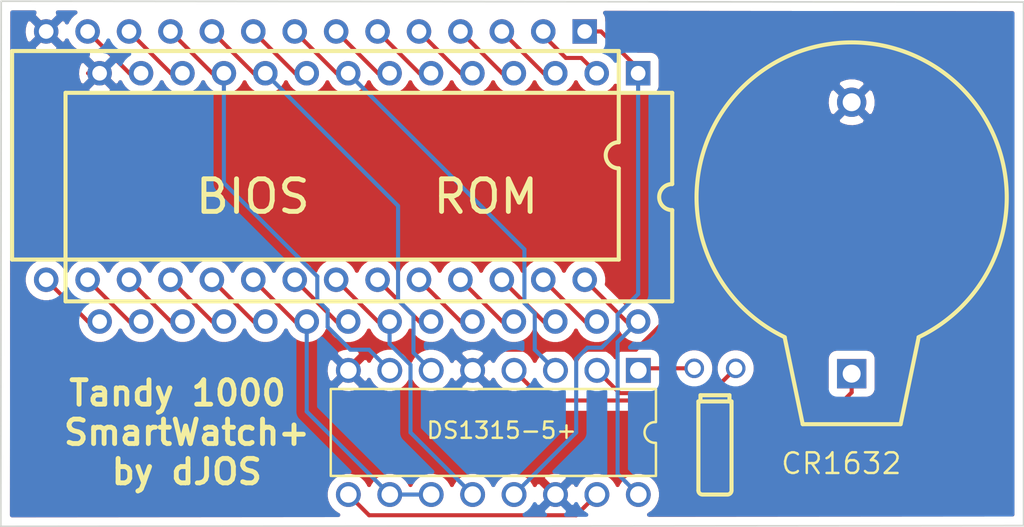
<source format=kicad_pcb>
(kicad_pcb (version 20171130) (host pcbnew "(5.1.5-0-10_14)")

  (general
    (thickness 1.6)
    (drawings 6)
    (tracks 126)
    (zones 0)
    (modules 5)
    (nets 33)
  )

  (page A4)
  (layers
    (0 F.Cu signal)
    (31 B.Cu signal)
    (32 B.Adhes user)
    (33 F.Adhes user)
    (34 B.Paste user)
    (35 F.Paste user)
    (36 B.SilkS user)
    (37 F.SilkS user)
    (38 B.Mask user)
    (39 F.Mask user)
    (40 Dwgs.User user)
    (41 Cmts.User user)
    (42 Eco1.User user)
    (43 Eco2.User user)
    (44 Edge.Cuts user)
    (45 Margin user)
    (46 B.CrtYd user)
    (47 F.CrtYd user)
    (48 B.Fab user)
    (49 F.Fab user)
  )

  (setup
    (last_trace_width 0.25)
    (trace_clearance 0.2)
    (zone_clearance 0.508)
    (zone_45_only no)
    (trace_min 0.2)
    (via_size 0.8)
    (via_drill 0.4)
    (via_min_size 0.4)
    (via_min_drill 0.3)
    (uvia_size 0.3)
    (uvia_drill 0.1)
    (uvias_allowed no)
    (uvia_min_size 0.2)
    (uvia_min_drill 0.1)
    (edge_width 0.05)
    (segment_width 0.2)
    (pcb_text_width 0.3)
    (pcb_text_size 1.5 1.5)
    (mod_edge_width 0.12)
    (mod_text_size 1 1)
    (mod_text_width 0.15)
    (pad_size 1.524 1.524)
    (pad_drill 0.762)
    (pad_to_mask_clearance 0.051)
    (solder_mask_min_width 0.25)
    (aux_axis_origin 0 0)
    (visible_elements FFFFFF7F)
    (pcbplotparams
      (layerselection 0x010fc_ffffffff)
      (usegerberextensions false)
      (usegerberattributes false)
      (usegerberadvancedattributes false)
      (creategerberjobfile false)
      (excludeedgelayer true)
      (linewidth 0.100000)
      (plotframeref false)
      (viasonmask false)
      (mode 1)
      (useauxorigin false)
      (hpglpennumber 1)
      (hpglpenspeed 20)
      (hpglpendiameter 15.000000)
      (psnegative false)
      (psa4output false)
      (plotreference true)
      (plotvalue true)
      (plotinvisibletext false)
      (padsonsilk false)
      (subtractmaskfromsilk false)
      (outputformat 1)
      (mirror false)
      (drillshape 0)
      (scaleselection 1)
      (outputdirectory "./"))
  )

  (net 0 "")
  (net 1 GND)
  (net 2 "Net-(BT1-Pad1)")
  (net 3 "Net-(IC1-Pad15)")
  (net 4 /A13)
  (net 5 /A12)
  (net 6 /A11)
  (net 7 /A10)
  (net 8 /A9)
  (net 9 /A8)
  (net 10 /A7)
  (net 11 /A6)
  (net 12 /A5)
  (net 13 /A4)
  (net 14 /A3)
  (net 15 /A2)
  (net 16 /A1)
  (net 17 "Net-(IC1-Pad1)")
  (net 18 "Net-(IC1-Pad2)")
  (net 19 /A0)
  (net 20 /D0)
  (net 21 /CE)
  (net 22 /OE)
  (net 23 /VPP)
  (net 24 /VCC)
  (net 25 /D1)
  (net 26 /D2)
  (net 27 /D3)
  (net 28 /D4)
  (net 29 /D5)
  (net 30 /D6)
  (net 31 /D7)
  (net 32 /A14)

  (net_class Default "This is the default net class."
    (clearance 0.2)
    (trace_width 0.25)
    (via_dia 0.8)
    (via_drill 0.4)
    (uvia_dia 0.3)
    (uvia_drill 0.1)
    (add_net /A0)
    (add_net /A1)
    (add_net /A10)
    (add_net /A11)
    (add_net /A12)
    (add_net /A13)
    (add_net /A14)
    (add_net /A2)
    (add_net /A3)
    (add_net /A4)
    (add_net /A5)
    (add_net /A6)
    (add_net /A7)
    (add_net /A8)
    (add_net /A9)
    (add_net /CE)
    (add_net /D0)
    (add_net /D1)
    (add_net /D2)
    (add_net /D3)
    (add_net /D4)
    (add_net /D5)
    (add_net /D6)
    (add_net /D7)
    (add_net /OE)
    (add_net /VCC)
    (add_net /VPP)
    (add_net GND)
    (add_net "Net-(BT1-Pad1)")
    (add_net "Net-(IC1-Pad1)")
    (add_net "Net-(IC1-Pad15)")
    (add_net "Net-(IC1-Pad2)")
  )

  (module Dereks_Parts:TC26H (layer F.Cu) (tedit 0) (tstamp 5EC1F7DB)
    (at 64.389 43.053 180)
    (path /5D549C96)
    (fp_text reference XO1 (at 0 0) (layer F.SilkS) hide
      (effects (font (size 1.27 1.27) (thickness 0.15)))
    )
    (fp_text value 32.7680Khz (at 0 0) (layer F.SilkS) hide
      (effects (font (size 1.27 1.27) (thickness 0.15)))
    )
    (fp_line (start 0.889 -2.032) (end -0.889 -2.032) (layer F.SilkS) (width 0.25))
    (fp_line (start 1.016 -2.032) (end 0.889 -2.032) (layer F.SilkS) (width 0.25))
    (fp_line (start -1.016 -2.032) (end -1.016 -7.493) (layer F.SilkS) (width 0.25))
    (fp_line (start -1.016 -2.032) (end -0.889 -2.032) (layer F.SilkS) (width 0.25))
    (fp_line (start -0.889 -1.651) (end -0.889 -2.032) (layer F.SilkS) (width 0.25))
    (fp_line (start 1.016 -2.032) (end 1.016 -7.493) (layer F.SilkS) (width 0.25))
    (fp_line (start 0.889 -1.651) (end 0.889 -2.032) (layer F.SilkS) (width 0.25))
    (fp_line (start -0.762 -7.747) (end 0.762 -7.747) (layer F.SilkS) (width 0.25))
    (fp_arc (start -0.762162 -7.493162) (end -0.762 -7.747) (angle -90.073458) (layer F.SilkS) (width 0.25))
    (fp_arc (start 0.762162 -7.493162) (end 1.016 -7.493) (angle -90.073458) (layer F.SilkS) (width 0.25))
    (fp_line (start -0.889 -1.651) (end 0.889 -1.651) (layer F.SilkS) (width 0.25))
    (pad 2 thru_hole circle (at 1.27 0 180) (size 1.2 1.2) (drill 0.813) (layers *.Cu *.Mask)
      (net 17 "Net-(IC1-Pad1)") (zone_connect 2))
    (pad 1 thru_hole circle (at -1.27 0 180) (size 1.2 1.2) (drill 0.813) (layers *.Cu *.Mask)
      (net 18 "Net-(IC1-Pad2)") (zone_connect 2))
  )

  (module Connector_PinSocket_2.54mm:DIP-28_600mil_SW (layer F.Cu) (tedit 5DCE138E) (tstamp 5D527A6D)
    (at 43.1673 32.5628 270)
    (path /5EC83169)
    (autoplace_cost90 10)
    (fp_text reference J2 (at 0 0 90) (layer F.SilkS) hide
      (effects (font (size 1.27 1.27) (thickness 0.15)))
    )
    (fp_text value 2-1571586-9 (at 0 0 90) (layer F.SilkS) hide
      (effects (font (size 1.27 1.27) (thickness 0.15)))
    )
    (fp_line (start 6.38 -18.6) (end 6.38 18.6) (layer F.SilkS) (width 0.25))
    (fp_line (start -6.42 18.6) (end 6.38 18.6) (layer F.SilkS) (width 0.25))
    (fp_line (start -6.42 -18.6) (end -6.42 18.6) (layer F.SilkS) (width 0.25))
    (fp_line (start -6.42 -18.6) (end -0.82 -18.6) (layer F.SilkS) (width 0.25))
    (fp_line (start 6.38 -18.6) (end 0.78 -18.6) (layer F.SilkS) (width 0.25))
    (fp_arc (start -0.02 -18.600372) (end -0.82 -18.6) (angle -179.946714) (layer F.SilkS) (width 0.25))
    (pad 1 thru_hole rect (at -7.62 -16.51) (size 1.5 1.5) (drill 0.9) (layers *.Cu *.Mask)
      (net 23 /VPP) (zone_connect 1))
    (pad 2 thru_hole circle (at -7.62 -13.97 270) (size 1.5 1.5) (drill 0.9) (layers *.Cu *.Mask)
      (net 5 /A12) (zone_connect 1))
    (pad 3 thru_hole circle (at -7.62 -11.43 270) (size 1.5 1.5) (drill 0.9) (layers *.Cu *.Mask)
      (net 10 /A7) (zone_connect 1))
    (pad 4 thru_hole circle (at -7.62 -8.89 270) (size 1.5 1.5) (drill 0.9) (layers *.Cu *.Mask)
      (net 11 /A6) (zone_connect 1))
    (pad 5 thru_hole circle (at -7.62 -6.35 270) (size 1.5 1.5) (drill 0.9) (layers *.Cu *.Mask)
      (net 12 /A5) (zone_connect 1))
    (pad 6 thru_hole circle (at -7.62 -3.81 270) (size 1.5 1.5) (drill 0.9) (layers *.Cu *.Mask)
      (net 13 /A4) (zone_connect 1))
    (pad 7 thru_hole circle (at -7.62 -1.27 270) (size 1.5 1.5) (drill 0.9) (layers *.Cu *.Mask)
      (net 14 /A3) (zone_connect 1))
    (pad 8 thru_hole circle (at -7.62 1.27 270) (size 1.5 1.5) (drill 0.9) (layers *.Cu *.Mask)
      (net 15 /A2) (zone_connect 1))
    (pad 9 thru_hole circle (at -7.62 3.81 270) (size 1.5 1.5) (drill 0.9) (layers *.Cu *.Mask)
      (net 16 /A1) (zone_connect 1))
    (pad 10 thru_hole circle (at -7.62 6.35 270) (size 1.5 1.5) (drill 0.9) (layers *.Cu *.Mask)
      (net 19 /A0) (zone_connect 1))
    (pad 11 thru_hole circle (at -7.62 8.89 270) (size 1.5 1.5) (drill 0.9) (layers *.Cu *.Mask)
      (net 20 /D0) (zone_connect 1))
    (pad 12 thru_hole circle (at -7.62 11.43 270) (size 1.5 1.5) (drill 0.9) (layers *.Cu *.Mask)
      (net 25 /D1) (zone_connect 1))
    (pad 13 thru_hole circle (at -7.62 13.97 270) (size 1.5 1.5) (drill 0.9) (layers *.Cu *.Mask)
      (net 26 /D2) (zone_connect 1))
    (pad 14 thru_hole circle (at -7.62 16.51 270) (size 1.5 1.5) (drill 0.9) (layers *.Cu *.Mask)
      (net 1 GND) (zone_connect 1))
    (pad 15 thru_hole circle (at 7.62 16.51 270) (size 1.5 1.5) (drill 0.9) (layers *.Cu *.Mask)
      (net 27 /D3) (zone_connect 1))
    (pad 16 thru_hole circle (at 7.62 13.97 270) (size 1.5 1.5) (drill 0.9) (layers *.Cu *.Mask)
      (net 28 /D4) (zone_connect 1))
    (pad 17 thru_hole circle (at 7.62 11.43 270) (size 1.5 1.5) (drill 0.9) (layers *.Cu *.Mask)
      (net 29 /D5) (zone_connect 1))
    (pad 18 thru_hole circle (at 7.62 8.89 270) (size 1.5 1.5) (drill 0.9) (layers *.Cu *.Mask)
      (net 30 /D6) (zone_connect 1))
    (pad 19 thru_hole circle (at 7.62 6.35 270) (size 1.5 1.5) (drill 0.9) (layers *.Cu *.Mask)
      (net 31 /D7) (zone_connect 1))
    (pad 20 thru_hole circle (at 7.62 3.81 270) (size 1.5 1.5) (drill 0.9) (layers *.Cu *.Mask)
      (net 21 /CE) (zone_connect 1))
    (pad 21 thru_hole circle (at 7.62 1.27 270) (size 1.5 1.5) (drill 0.9) (layers *.Cu *.Mask)
      (net 7 /A10) (zone_connect 1))
    (pad 22 thru_hole circle (at 7.62 -1.27 270) (size 1.5 1.5) (drill 0.9) (layers *.Cu *.Mask)
      (net 22 /OE) (zone_connect 1))
    (pad 23 thru_hole circle (at 7.62 -3.81 270) (size 1.5 1.5) (drill 0.9) (layers *.Cu *.Mask)
      (net 6 /A11) (zone_connect 1))
    (pad 24 thru_hole circle (at 7.62 -6.35 270) (size 1.5 1.5) (drill 0.9) (layers *.Cu *.Mask)
      (net 8 /A9) (zone_connect 1))
    (pad 25 thru_hole circle (at 7.62 -8.89 270) (size 1.5 1.5) (drill 0.9) (layers *.Cu *.Mask)
      (net 9 /A8) (zone_connect 1))
    (pad 26 thru_hole circle (at 7.62 -11.43 270) (size 1.5 1.5) (drill 0.9) (layers *.Cu *.Mask)
      (net 4 /A13) (zone_connect 1))
    (pad 27 thru_hole circle (at 7.62 -13.97 270) (size 1.5 1.5) (drill 0.9) (layers *.Cu *.Mask)
      (net 32 /A14) (zone_connect 1))
    (pad 28 thru_hole circle (at 7.62 -16.51 270) (size 1.5 1.5) (drill 0.9) (layers *.Cu *.Mask)
      (net 24 /VCC) (zone_connect 1))
    (model "/Users/DerekandRachael/Dropbox/Apps/KiCad/_Components/28 pin DIP Socket/110-xx-628-41-001000.IGS"
      (at (xyz 0 0 0))
      (scale (xyz 1 1 1))
      (rotate (xyz 90 180 90))
    )
  )

  (module "Dereks Parts:BH600" locked (layer F.Cu) (tedit 5EB4C395) (tstamp 5D524BF0)
    (at 72.771 35.052 90)
    (path /5D563101)
    (zone_connect 1)
    (fp_text reference BT1 (at 0 0 90) (layer F.SilkS) hide
      (effects (font (size 1.27 1.27) (thickness 0.15)))
    )
    (fp_text value CR1632 (at -13.843 -0.635 180) (layer F.SilkS)
      (effects (font (size 1.27 1.27) (thickness 0.15)))
    )
    (fp_arc (start 2.491062 0) (end -6.09 4.101) (angle -308.912531) (layer F.SilkS) (width 0.25))
    (fp_line (start -11.43 3.001) (end -6.13 4.101) (layer F.SilkS) (width 0.25))
    (fp_line (start -11.43 -3.001) (end -6.13 -4.101) (layer F.SilkS) (width 0.25))
    (fp_line (start -11.43 -3.001) (end -11.43 3.001) (layer F.SilkS) (width 0.25))
    (pad 2 thru_hole circle (at 8.33 0 90) (size 1.8 1.8) (drill 1.1) (layers *.Cu *.Mask)
      (net 1 GND) (zone_connect 1))
    (pad 1 thru_hole rect (at -8.33 0 90) (size 1.8 1.8) (drill 1.1) (layers *.Cu *.Mask)
      (net 2 "Net-(BT1-Pad1)") (zone_connect 1))
    (model "/Users/DerekandRachael/Dropbox/Apps/KiCad/_3D models/Con Batteries/bh600.step"
      (at (xyz 0 0 0))
      (scale (xyz 1 1 1))
      (rotate (xyz 0 0 0))
    )
  )

  (module Connector_PinSocket_2.54mm:DIP-28_600mil_SW (layer F.Cu) (tedit 5DCE138E) (tstamp 5D524C8E)
    (at 39.8907 29.9974 270)
    (path /5D54EBA5)
    (autoplace_cost90 10)
    (fp_text reference J1 (at 0 0 90) (layer F.SilkS) hide
      (effects (font (size 1.27 1.27) (thickness 0.15)))
    )
    (fp_text value 2-1571586-9 (at 0 0 90) (layer F.SilkS) hide
      (effects (font (size 1.27 1.27) (thickness 0.15)))
    )
    (fp_line (start 6.38 -18.6) (end 6.38 18.6) (layer F.SilkS) (width 0.25))
    (fp_line (start -6.42 18.6) (end 6.38 18.6) (layer F.SilkS) (width 0.25))
    (fp_line (start -6.42 -18.6) (end -6.42 18.6) (layer F.SilkS) (width 0.25))
    (fp_line (start -6.42 -18.6) (end -0.82 -18.6) (layer F.SilkS) (width 0.25))
    (fp_line (start 6.38 -18.6) (end 0.78 -18.6) (layer F.SilkS) (width 0.25))
    (fp_arc (start -0.02 -18.600372) (end -0.82 -18.6) (angle -179.946714) (layer F.SilkS) (width 0.25))
    (pad 1 thru_hole rect (at -7.62 -16.51) (size 1.5 1.5) (drill 0.9) (layers *.Cu *.Mask)
      (net 23 /VPP) (zone_connect 1))
    (pad 2 thru_hole circle (at -7.62 -13.97 270) (size 1.5 1.5) (drill 0.9) (layers *.Cu *.Mask)
      (net 5 /A12) (zone_connect 1))
    (pad 3 thru_hole circle (at -7.62 -11.43 270) (size 1.5 1.5) (drill 0.9) (layers *.Cu *.Mask)
      (net 10 /A7) (zone_connect 1))
    (pad 4 thru_hole circle (at -7.62 -8.89 270) (size 1.5 1.5) (drill 0.9) (layers *.Cu *.Mask)
      (net 11 /A6) (zone_connect 1))
    (pad 5 thru_hole circle (at -7.62 -6.35 270) (size 1.5 1.5) (drill 0.9) (layers *.Cu *.Mask)
      (net 12 /A5) (zone_connect 1))
    (pad 6 thru_hole circle (at -7.62 -3.81 270) (size 1.5 1.5) (drill 0.9) (layers *.Cu *.Mask)
      (net 13 /A4) (zone_connect 1))
    (pad 7 thru_hole circle (at -7.62 -1.27 270) (size 1.5 1.5) (drill 0.9) (layers *.Cu *.Mask)
      (net 14 /A3) (zone_connect 1))
    (pad 8 thru_hole circle (at -7.62 1.27 270) (size 1.5 1.5) (drill 0.9) (layers *.Cu *.Mask)
      (net 15 /A2) (zone_connect 1))
    (pad 9 thru_hole circle (at -7.62 3.81 270) (size 1.5 1.5) (drill 0.9) (layers *.Cu *.Mask)
      (net 16 /A1) (zone_connect 1))
    (pad 10 thru_hole circle (at -7.62 6.35 270) (size 1.5 1.5) (drill 0.9) (layers *.Cu *.Mask)
      (net 19 /A0) (zone_connect 1))
    (pad 11 thru_hole circle (at -7.62 8.89 270) (size 1.5 1.5) (drill 0.9) (layers *.Cu *.Mask)
      (net 20 /D0) (zone_connect 1))
    (pad 12 thru_hole circle (at -7.62 11.43 270) (size 1.5 1.5) (drill 0.9) (layers *.Cu *.Mask)
      (net 25 /D1) (zone_connect 1))
    (pad 13 thru_hole circle (at -7.62 13.97 270) (size 1.5 1.5) (drill 0.9) (layers *.Cu *.Mask)
      (net 26 /D2) (zone_connect 1))
    (pad 14 thru_hole circle (at -7.62 16.51 270) (size 1.5 1.5) (drill 0.9) (layers *.Cu *.Mask)
      (net 1 GND) (zone_connect 1))
    (pad 15 thru_hole circle (at 7.62 16.51 270) (size 1.5 1.5) (drill 0.9) (layers *.Cu *.Mask)
      (net 27 /D3) (zone_connect 1))
    (pad 16 thru_hole circle (at 7.62 13.97 270) (size 1.5 1.5) (drill 0.9) (layers *.Cu *.Mask)
      (net 28 /D4) (zone_connect 1))
    (pad 17 thru_hole circle (at 7.62 11.43 270) (size 1.5 1.5) (drill 0.9) (layers *.Cu *.Mask)
      (net 29 /D5) (zone_connect 1))
    (pad 18 thru_hole circle (at 7.62 8.89 270) (size 1.5 1.5) (drill 0.9) (layers *.Cu *.Mask)
      (net 30 /D6) (zone_connect 1))
    (pad 19 thru_hole circle (at 7.62 6.35 270) (size 1.5 1.5) (drill 0.9) (layers *.Cu *.Mask)
      (net 31 /D7) (zone_connect 1))
    (pad 20 thru_hole circle (at 7.62 3.81 270) (size 1.5 1.5) (drill 0.9) (layers *.Cu *.Mask)
      (net 21 /CE) (zone_connect 1))
    (pad 21 thru_hole circle (at 7.62 1.27 270) (size 1.5 1.5) (drill 0.9) (layers *.Cu *.Mask)
      (net 7 /A10) (zone_connect 1))
    (pad 22 thru_hole circle (at 7.62 -1.27 270) (size 1.5 1.5) (drill 0.9) (layers *.Cu *.Mask)
      (net 22 /OE) (zone_connect 1))
    (pad 23 thru_hole circle (at 7.62 -3.81 270) (size 1.5 1.5) (drill 0.9) (layers *.Cu *.Mask)
      (net 6 /A11) (zone_connect 1))
    (pad 24 thru_hole circle (at 7.62 -6.35 270) (size 1.5 1.5) (drill 0.9) (layers *.Cu *.Mask)
      (net 8 /A9) (zone_connect 1))
    (pad 25 thru_hole circle (at 7.62 -8.89 270) (size 1.5 1.5) (drill 0.9) (layers *.Cu *.Mask)
      (net 9 /A8) (zone_connect 1))
    (pad 26 thru_hole circle (at 7.62 -11.43 270) (size 1.5 1.5) (drill 0.9) (layers *.Cu *.Mask)
      (net 4 /A13) (zone_connect 1))
    (pad 27 thru_hole circle (at 7.62 -13.97 270) (size 1.5 1.5) (drill 0.9) (layers *.Cu *.Mask)
      (net 32 /A14) (zone_connect 1))
    (pad 28 thru_hole circle (at 7.62 -16.51 270) (size 1.5 1.5) (drill 0.9) (layers *.Cu *.Mask)
      (net 24 /VCC) (zone_connect 1))
    (model "/Users/DerekandRachael/Dropbox/Apps/KiCad/_Components/28 pin DIP Socket/110-xx-628-41-001000.IGS"
      (at (xyz 0 0 0))
      (scale (xyz 1 1 1))
      (rotate (xyz 90 180 90))
    )
  )

  (module DS1315+:DS1315-5&plus_ (layer F.Cu) (tedit 5D52049F) (tstamp 5D51FDF8)
    (at 41.91 50.8 270)
    (path /5D547CB4)
    (fp_text reference IC1 (at -3.81 -8.89 90) (layer F.SilkS) hide
      (effects (font (size 1 1) (thickness 0.15)))
    )
    (fp_text value DS1315-5+ (at -3.937 -9.398) (layer F.SilkS)
      (effects (font (size 1 1) (thickness 0.15)))
    )
    (fp_text user * (at -7.493 -17.78 90) (layer F.Fab)
      (effects (font (size 1 1) (thickness 0.15)))
    )
    (fp_line (start -7.747 -17.272) (end -7.747 -18.288) (layer F.Fab) (width 0.1524))
    (fp_line (start -7.747 -18.288) (end -8.128 -18.288) (layer F.Fab) (width 0.1524))
    (fp_line (start -8.128 -18.288) (end -8.128 -17.272) (layer F.Fab) (width 0.1524))
    (fp_line (start -8.128 -17.272) (end -7.747 -17.272) (layer F.Fab) (width 0.1524))
    (fp_line (start -7.747 -14.732) (end -7.747 -15.748) (layer F.Fab) (width 0.1524))
    (fp_line (start -7.747 -15.748) (end -8.128 -15.748) (layer F.Fab) (width 0.1524))
    (fp_line (start -8.128 -15.748) (end -8.128 -14.732) (layer F.Fab) (width 0.1524))
    (fp_line (start -8.128 -14.732) (end -7.747 -14.732) (layer F.Fab) (width 0.1524))
    (fp_line (start -7.747 -12.192) (end -7.747 -13.208) (layer F.Fab) (width 0.1524))
    (fp_line (start -7.747 -13.208) (end -8.128 -13.208) (layer F.Fab) (width 0.1524))
    (fp_line (start -8.128 -13.208) (end -8.128 -12.192) (layer F.Fab) (width 0.1524))
    (fp_line (start -8.128 -12.192) (end -7.747 -12.192) (layer F.Fab) (width 0.1524))
    (fp_line (start -7.747 -9.652) (end -7.747 -10.668) (layer F.Fab) (width 0.1524))
    (fp_line (start -7.747 -10.668) (end -8.128 -10.668) (layer F.Fab) (width 0.1524))
    (fp_line (start -8.128 -10.668) (end -8.128 -9.652) (layer F.Fab) (width 0.1524))
    (fp_line (start -8.128 -9.652) (end -7.747 -9.652) (layer F.Fab) (width 0.1524))
    (fp_line (start -7.747 -7.112) (end -7.747 -8.128) (layer F.Fab) (width 0.1524))
    (fp_line (start -7.747 -8.128) (end -8.128 -8.128) (layer F.Fab) (width 0.1524))
    (fp_line (start -8.128 -8.128) (end -8.128 -7.112) (layer F.Fab) (width 0.1524))
    (fp_line (start -8.128 -7.112) (end -7.747 -7.112) (layer F.Fab) (width 0.1524))
    (fp_line (start -7.747 -4.572) (end -7.747 -5.588) (layer F.Fab) (width 0.1524))
    (fp_line (start -7.747 -5.588) (end -8.128 -5.588) (layer F.Fab) (width 0.1524))
    (fp_line (start -8.128 -5.588) (end -8.128 -4.572) (layer F.Fab) (width 0.1524))
    (fp_line (start -8.128 -4.572) (end -7.747 -4.572) (layer F.Fab) (width 0.1524))
    (fp_line (start -7.747 -2.032) (end -7.747 -3.048) (layer F.Fab) (width 0.1524))
    (fp_line (start -7.747 -3.048) (end -8.128 -3.048) (layer F.Fab) (width 0.1524))
    (fp_line (start -8.128 -3.048) (end -8.128 -2.032) (layer F.Fab) (width 0.1524))
    (fp_line (start -8.128 -2.032) (end -7.747 -2.032) (layer F.Fab) (width 0.1524))
    (fp_line (start -7.747 0.508) (end -7.747 -0.508) (layer F.Fab) (width 0.1524))
    (fp_line (start -7.747 -0.508) (end -8.128 -0.508) (layer F.Fab) (width 0.1524))
    (fp_line (start -8.128 -0.508) (end -8.128 0.508) (layer F.Fab) (width 0.1524))
    (fp_line (start -8.128 0.508) (end -7.747 0.508) (layer F.Fab) (width 0.1524))
    (fp_line (start 0.127 -0.508) (end 0.127 0.508) (layer F.Fab) (width 0.1524))
    (fp_line (start 0.127 0.508) (end 0.508 0.508) (layer F.Fab) (width 0.1524))
    (fp_line (start 0.508 0.508) (end 0.508 -0.508) (layer F.Fab) (width 0.1524))
    (fp_line (start 0.508 -0.508) (end 0.127 -0.508) (layer F.Fab) (width 0.1524))
    (fp_line (start 0.127 -3.048) (end 0.127 -2.032) (layer F.Fab) (width 0.1524))
    (fp_line (start 0.127 -2.032) (end 0.508 -2.032) (layer F.Fab) (width 0.1524))
    (fp_line (start 0.508 -2.032) (end 0.508 -3.048) (layer F.Fab) (width 0.1524))
    (fp_line (start 0.508 -3.048) (end 0.127 -3.048) (layer F.Fab) (width 0.1524))
    (fp_line (start 0.127 -5.588) (end 0.127 -4.572) (layer F.Fab) (width 0.1524))
    (fp_line (start 0.127 -4.572) (end 0.508 -4.572) (layer F.Fab) (width 0.1524))
    (fp_line (start 0.508 -4.572) (end 0.508 -5.588) (layer F.Fab) (width 0.1524))
    (fp_line (start 0.508 -5.588) (end 0.127 -5.588) (layer F.Fab) (width 0.1524))
    (fp_line (start 0.127 -8.128) (end 0.127 -7.112) (layer F.Fab) (width 0.1524))
    (fp_line (start 0.127 -7.112) (end 0.508 -7.112) (layer F.Fab) (width 0.1524))
    (fp_line (start 0.508 -7.112) (end 0.508 -8.128) (layer F.Fab) (width 0.1524))
    (fp_line (start 0.508 -8.128) (end 0.127 -8.128) (layer F.Fab) (width 0.1524))
    (fp_line (start 0.127 -10.668) (end 0.127 -9.652) (layer F.Fab) (width 0.1524))
    (fp_line (start 0.127 -9.652) (end 0.508 -9.652) (layer F.Fab) (width 0.1524))
    (fp_line (start 0.508 -9.652) (end 0.508 -10.668) (layer F.Fab) (width 0.1524))
    (fp_line (start 0.508 -10.668) (end 0.127 -10.668) (layer F.Fab) (width 0.1524))
    (fp_line (start 0.127 -13.208) (end 0.127 -12.192) (layer F.Fab) (width 0.1524))
    (fp_line (start 0.127 -12.192) (end 0.508 -12.192) (layer F.Fab) (width 0.1524))
    (fp_line (start 0.508 -12.192) (end 0.508 -13.208) (layer F.Fab) (width 0.1524))
    (fp_line (start 0.508 -13.208) (end 0.127 -13.208) (layer F.Fab) (width 0.1524))
    (fp_line (start 0.127 -15.748) (end 0.127 -14.732) (layer F.Fab) (width 0.1524))
    (fp_line (start 0.127 -14.732) (end 0.508 -14.732) (layer F.Fab) (width 0.1524))
    (fp_line (start 0.508 -14.732) (end 0.508 -15.748) (layer F.Fab) (width 0.1524))
    (fp_line (start 0.508 -15.748) (end 0.127 -15.748) (layer F.Fab) (width 0.1524))
    (fp_line (start 0.127 -18.288) (end 0.127 -17.272) (layer F.Fab) (width 0.1524))
    (fp_line (start 0.127 -17.272) (end 0.508 -17.272) (layer F.Fab) (width 0.1524))
    (fp_line (start 0.508 -17.272) (end 0.508 -18.288) (layer F.Fab) (width 0.1524))
    (fp_line (start 0.508 -18.288) (end 0.127 -18.288) (layer F.Fab) (width 0.1524))
    (fp_line (start -1.143 1.016) (end -1.143 -18.796) (layer F.SilkS) (width 0.1524))
    (fp_line (start -1.143 -18.8595) (end -3.175 -18.8595) (layer F.SilkS) (width 0.1524))
    (fp_line (start -6.477 -18.796) (end -6.477 1.016) (layer F.SilkS) (width 0.1524))
    (fp_line (start -6.477 1.0795) (end -1.143 1.0795) (layer F.SilkS) (width 0.1524))
    (fp_arc (start -3.81 -18.796) (end -3.175 -18.796) (angle 180) (layer F.SilkS) (width 0.1524))
    (fp_line (start -4.445 -18.8595) (end -6.477 -18.8595) (layer F.SilkS) (width 0.1524))
    (pad 1 thru_hole rect (at -7.62 -17.78 270) (size 1.524 1.524) (drill 1.016) (layers *.Cu *.Mask)
      (net 17 "Net-(IC1-Pad1)"))
    (pad 2 thru_hole circle (at -7.62 -15.24 270) (size 1.524 1.524) (drill 1.016) (layers *.Cu *.Mask)
      (net 18 "Net-(IC1-Pad2)"))
    (pad 3 thru_hole circle (at -7.62 -12.7 270) (size 1.524 1.524) (drill 1.016) (layers *.Cu *.Mask)
      (net 15 /A2))
    (pad 4 thru_hole circle (at -7.62 -10.16 270) (size 1.524 1.524) (drill 1.016) (layers *.Cu *.Mask)
      (net 2 "Net-(BT1-Pad1)"))
    (pad 5 thru_hole circle (at -7.62 -7.62 270) (size 1.524 1.524) (drill 1.016) (layers *.Cu *.Mask)
      (net 1 GND))
    (pad 6 thru_hole circle (at -7.62 -5.08 270) (size 1.524 1.524) (drill 1.016) (layers *.Cu *.Mask)
      (net 19 /A0))
    (pad 7 thru_hole circle (at -7.62 -2.54 270) (size 1.524 1.524) (drill 1.016) (layers *.Cu *.Mask)
      (net 20 /D0))
    (pad 8 thru_hole circle (at -7.62 0 270) (size 1.524 1.524) (drill 1.016) (layers *.Cu *.Mask)
      (net 1 GND))
    (pad 9 thru_hole circle (at 0 0 270) (size 1.524 1.524) (drill 1.016) (layers *.Cu *.Mask)
      (net 3 "Net-(IC1-Pad15)"))
    (pad 10 thru_hole circle (at 0 -2.54 270) (size 1.524 1.524) (drill 1.016) (layers *.Cu *.Mask)
      (net 21 /CE))
    (pad 11 thru_hole circle (at 0 -5.08 270) (size 1.524 1.524) (drill 1.016) (layers *.Cu *.Mask)
      (net 21 /CE))
    (pad 12 thru_hole circle (at 0 -7.62 270) (size 1.524 1.524) (drill 1.016) (layers *.Cu *.Mask)
      (net 22 /OE))
    (pad 13 thru_hole circle (at 0 -10.16 270) (size 1.524 1.524) (drill 1.016) (layers *.Cu *.Mask)
      (net 23 /VPP))
    (pad 14 thru_hole circle (at 0 -12.7 270) (size 1.524 1.524) (drill 1.016) (layers *.Cu *.Mask)
      (net 1 GND))
    (pad 15 thru_hole circle (at 0 -15.24 270) (size 1.524 1.524) (drill 1.016) (layers *.Cu *.Mask)
      (net 3 "Net-(IC1-Pad15)"))
    (pad 16 thru_hole circle (at 0 -17.78 270) (size 1.524 1.524) (drill 1.016) (layers *.Cu *.Mask)
      (net 24 /VCC))
    (model /Users/DerekandRachael/Dropbox/Apps/KiCad/_Components/DS1315+/21-0043D_16.stp
      (offset (xyz -7.6 17.8 -2.5))
      (scale (xyz 1 1 1))
      (rotate (xyz 0 0 0))
    )
  )

  (gr_line (start 83.312 20.574) (end 20.6248 20.5232) (layer Edge.Cuts) (width 0.1))
  (gr_line (start 83.312 52.705) (end 83.312 20.574) (layer Edge.Cuts) (width 0.1))
  (gr_line (start 20.5994 52.7558) (end 83.312 52.705) (layer Edge.Cuts) (width 0.1))
  (gr_line (start 20.6248 20.5232) (end 20.5994 52.7558) (layer Edge.Cuts) (width 0.1))
  (gr_text "BIOS     ROM" (at 43.053 32.512) (layer F.SilkS)
    (effects (font (size 2 2) (thickness 0.3)))
  )
  (gr_text "Tandy 1000 \nSmartWatch+\nby dJOS" (at 32.004 46.99) (layer F.SilkS)
    (effects (font (size 1.5 1.5) (thickness 0.3)))
  )

  (segment (start 59.817 43.053) (end 59.69 43.18) (width 0.25) (layer F.Cu) (net 17))
  (segment (start 63.119 43.053) (end 59.817 43.053) (width 0.25) (layer F.Cu) (net 17))
  (segment (start 57.911999 43.941999) (end 57.15 43.18) (width 0.25) (layer F.Cu) (net 18))
  (segment (start 58.547 44.577) (end 57.911999 43.941999) (width 0.25) (layer F.Cu) (net 18))
  (segment (start 64.135 44.577) (end 58.547 44.577) (width 0.25) (layer F.Cu) (net 18))
  (segment (start 65.659 43.053) (end 64.135 44.577) (width 0.25) (layer F.Cu) (net 18))
  (segment (start 25.9461 24.9428) (end 26.6573 24.9428) (width 0.25) (layer F.Cu) (net 1))
  (segment (start 42.671999 42.418001) (end 41.91 43.18) (width 0.25) (layer F.Cu) (net 1))
  (segment (start 43.307 41.783) (end 42.671999 42.418001) (width 0.25) (layer F.Cu) (net 1))
  (segment (start 48.133 41.783) (end 43.307 41.783) (width 0.25) (layer F.Cu) (net 1))
  (segment (start 49.53 43.18) (end 48.133 41.783) (width 0.25) (layer F.Cu) (net 1))
  (segment (start 49.53 45.72) (end 54.61 50.8) (width 0.25) (layer F.Cu) (net 1))
  (segment (start 59.541102 41.91) (end 50.8 41.91) (width 0.25) (layer F.Cu) (net 1))
  (segment (start 50.291999 42.418001) (end 49.53 43.18) (width 0.25) (layer F.Cu) (net 1))
  (segment (start 50.8 41.91) (end 50.291999 42.418001) (width 0.25) (layer F.Cu) (net 1))
  (segment (start 72.771 28.680102) (end 59.541102 41.91) (width 0.25) (layer F.Cu) (net 1))
  (segment (start 26.6573 24.9428) (end 28.4365 26.722) (width 0.25) (layer F.Cu) (net 1))
  (segment (start 52.831999 43.941999) (end 52.07 43.18) (width 0.25) (layer F.Cu) (net 2))
  (segment (start 53.91701 45.02701) (end 52.831999 43.941999) (width 0.25) (layer F.Cu) (net 2))
  (segment (start 72.27599 45.02701) (end 53.91701 45.02701) (width 0.25) (layer F.Cu) (net 2))
  (segment (start 72.771 44.532) (end 72.27599 45.02701) (width 0.25) (layer F.Cu) (net 2))
  (segment (start 72.771 43.382) (end 72.771 44.532) (width 0.25) (layer F.Cu) (net 2))
  (segment (start 56.388001 51.561999) (end 57.15 50.8) (width 0.25) (layer F.Cu) (net 3))
  (segment (start 55.88 52.07) (end 56.388001 51.561999) (width 0.25) (layer F.Cu) (net 3))
  (segment (start 43.18 52.07) (end 55.88 52.07) (width 0.25) (layer F.Cu) (net 3))
  (segment (start 41.91 50.8) (end 43.18 52.07) (width 0.25) (layer F.Cu) (net 3))
  (segment (start 25.9461 40.1828) (end 26.6573 40.1828) (width 0.25) (layer F.Cu) (net 27))
  (segment (start 23.3807 37.6174) (end 25.9461 40.1828) (width 0.25) (layer F.Cu) (net 27))
  (segment (start 28.4861 40.1828) (end 29.1973 40.1828) (width 0.25) (layer F.Cu) (net 28))
  (segment (start 25.9207 37.6174) (end 28.4861 40.1828) (width 0.25) (layer F.Cu) (net 28))
  (segment (start 31.0261 40.1828) (end 31.7373 40.1828) (width 0.25) (layer F.Cu) (net 29))
  (segment (start 28.4607 37.6174) (end 31.0261 40.1828) (width 0.25) (layer F.Cu) (net 29))
  (segment (start 33.5661 40.1828) (end 34.2773 40.1828) (width 0.25) (layer F.Cu) (net 30))
  (segment (start 31.0007 37.6174) (end 33.5661 40.1828) (width 0.25) (layer F.Cu) (net 30))
  (segment (start 36.1061 40.1828) (end 36.8173 40.1828) (width 0.25) (layer F.Cu) (net 31))
  (segment (start 33.5407 37.6174) (end 36.1061 40.1828) (width 0.25) (layer F.Cu) (net 31))
  (segment (start 38.6461 40.1828) (end 39.3573 40.1828) (width 0.25) (layer F.Cu) (net 21))
  (segment (start 36.0807 37.6174) (end 38.6461 40.1828) (width 0.25) (layer F.Cu) (net 21))
  (segment (start 39.3573 45.7073) (end 44.45 50.8) (width 0.25) (layer B.Cu) (net 21))
  (segment (start 39.3573 40.1828) (end 39.3573 45.7073) (width 0.25) (layer B.Cu) (net 21))
  (segment (start 45.91237 50.8) (end 44.45 50.8) (width 0.25) (layer B.Cu) (net 21))
  (segment (start 46.99 50.8) (end 45.91237 50.8) (width 0.25) (layer B.Cu) (net 21))
  (segment (start 41.1861 40.1828) (end 41.8973 40.1828) (width 0.25) (layer F.Cu) (net 7))
  (segment (start 38.6207 37.6174) (end 41.1861 40.1828) (width 0.25) (layer F.Cu) (net 7))
  (segment (start 43.7261 40.1828) (end 44.4373 40.1828) (width 0.25) (layer F.Cu) (net 22))
  (segment (start 41.1607 37.6174) (end 43.7261 40.1828) (width 0.25) (layer F.Cu) (net 22))
  (segment (start 48.768001 50.038001) (end 49.53 50.8) (width 0.25) (layer B.Cu) (net 22))
  (segment (start 45.72 46.99) (end 48.768001 50.038001) (width 0.25) (layer B.Cu) (net 22))
  (segment (start 45.72 42.841238) (end 45.72 46.99) (width 0.25) (layer B.Cu) (net 22))
  (segment (start 44.4373 41.558538) (end 45.72 42.841238) (width 0.25) (layer B.Cu) (net 22))
  (segment (start 44.4373 40.1828) (end 44.4373 41.558538) (width 0.25) (layer B.Cu) (net 22))
  (segment (start 46.2661 40.1828) (end 46.9773 40.1828) (width 0.25) (layer F.Cu) (net 6))
  (segment (start 43.7007 37.6174) (end 46.2661 40.1828) (width 0.25) (layer F.Cu) (net 6))
  (segment (start 48.8061 40.1828) (end 49.5173 40.1828) (width 0.25) (layer F.Cu) (net 8))
  (segment (start 46.2407 37.6174) (end 48.8061 40.1828) (width 0.25) (layer F.Cu) (net 8))
  (segment (start 51.3461 40.1828) (end 52.0573 40.1828) (width 0.25) (layer F.Cu) (net 9))
  (segment (start 48.7807 37.6174) (end 51.3461 40.1828) (width 0.25) (layer F.Cu) (net 9))
  (segment (start 53.8861 40.1828) (end 54.5973 40.1828) (width 0.25) (layer F.Cu) (net 4))
  (segment (start 51.3207 37.6174) (end 53.8861 40.1828) (width 0.25) (layer F.Cu) (net 4))
  (segment (start 56.4261 40.1828) (end 57.1373 40.1828) (width 0.25) (layer F.Cu) (net 32))
  (segment (start 53.8607 37.6174) (end 56.4261 40.1828) (width 0.25) (layer F.Cu) (net 32))
  (segment (start 58.9661 40.1828) (end 59.6773 40.1828) (width 0.25) (layer F.Cu) (net 24))
  (segment (start 56.4007 37.6174) (end 58.9661 40.1828) (width 0.25) (layer F.Cu) (net 24))
  (segment (start 58.42 49.53) (end 58.928001 50.038001) (width 0.25) (layer B.Cu) (net 24))
  (segment (start 58.928001 50.038001) (end 59.69 50.8) (width 0.25) (layer B.Cu) (net 24))
  (segment (start 58.42 41.4401) (end 58.42 49.53) (width 0.25) (layer B.Cu) (net 24))
  (segment (start 59.6773 40.1828) (end 58.42 41.4401) (width 0.25) (layer B.Cu) (net 24))
  (segment (start 28.4861 24.9428) (end 29.1973 24.9428) (width 0.25) (layer F.Cu) (net 26))
  (segment (start 25.9207 22.3774) (end 28.4861 24.9428) (width 0.25) (layer F.Cu) (net 26))
  (segment (start 31.0261 24.9428) (end 31.7373 24.9428) (width 0.25) (layer F.Cu) (net 25))
  (segment (start 28.4607 22.3774) (end 31.0261 24.9428) (width 0.25) (layer F.Cu) (net 25))
  (segment (start 33.5661 24.9428) (end 34.2773 24.9428) (width 0.25) (layer F.Cu) (net 20))
  (segment (start 31.0007 22.3774) (end 33.5661 24.9428) (width 0.25) (layer F.Cu) (net 20))
  (segment (start 43.688001 42.418001) (end 44.45 43.18) (width 0.25) (layer B.Cu) (net 20))
  (segment (start 43.18 41.91) (end 43.688001 42.418001) (width 0.25) (layer B.Cu) (net 20))
  (segment (start 42.033498 41.91) (end 43.18 41.91) (width 0.25) (layer B.Cu) (net 20))
  (segment (start 40.64 40.516502) (end 42.033498 41.91) (width 0.25) (layer B.Cu) (net 20))
  (segment (start 40.64 39.4845) (end 40.64 40.516502) (width 0.25) (layer B.Cu) (net 20))
  (segment (start 34.2773 31.682998) (end 40.005 37.410698) (width 0.25) (layer B.Cu) (net 20))
  (segment (start 40.005 38.8495) (end 40.64 39.4845) (width 0.25) (layer B.Cu) (net 20))
  (segment (start 40.005 37.410698) (end 40.005 38.8495) (width 0.25) (layer B.Cu) (net 20))
  (segment (start 34.2773 24.9428) (end 34.2773 31.682998) (width 0.25) (layer B.Cu) (net 20))
  (segment (start 36.1061 24.9428) (end 36.8173 24.9428) (width 0.25) (layer F.Cu) (net 19))
  (segment (start 33.5407 22.3774) (end 36.1061 24.9428) (width 0.25) (layer F.Cu) (net 19))
  (segment (start 45.902299 39.804548) (end 45.902299 42.092299) (width 0.25) (layer B.Cu) (net 19))
  (segment (start 45.902299 42.092299) (end 46.228001 42.418001) (width 0.25) (layer B.Cu) (net 19))
  (segment (start 46.228001 42.418001) (end 46.99 43.18) (width 0.25) (layer B.Cu) (net 19))
  (segment (start 44.958 33.0835) (end 44.958 38.860249) (width 0.25) (layer B.Cu) (net 19))
  (segment (start 44.958 38.860249) (end 45.902299 39.804548) (width 0.25) (layer B.Cu) (net 19))
  (segment (start 36.8173 24.9428) (end 44.958 33.0835) (width 0.25) (layer B.Cu) (net 19))
  (segment (start 38.6461 24.9428) (end 39.3573 24.9428) (width 0.25) (layer F.Cu) (net 16))
  (segment (start 36.0807 22.3774) (end 38.6461 24.9428) (width 0.25) (layer F.Cu) (net 16))
  (segment (start 41.1861 24.9428) (end 41.8973 24.9428) (width 0.25) (layer F.Cu) (net 15))
  (segment (start 38.6207 22.3774) (end 41.1861 24.9428) (width 0.25) (layer F.Cu) (net 15))
  (segment (start 53.34 41.91) (end 53.848001 42.418001) (width 0.25) (layer B.Cu) (net 15))
  (segment (start 53.848001 42.418001) (end 54.61 43.18) (width 0.25) (layer B.Cu) (net 15))
  (segment (start 53.34 39.685749) (end 53.34 41.91) (width 0.25) (layer B.Cu) (net 15))
  (segment (start 52.705 35.7505) (end 52.705 39.050749) (width 0.25) (layer B.Cu) (net 15))
  (segment (start 52.705 39.050749) (end 53.34 39.685749) (width 0.25) (layer B.Cu) (net 15))
  (segment (start 41.8973 24.9428) (end 52.705 35.7505) (width 0.25) (layer B.Cu) (net 15))
  (segment (start 43.7261 24.9428) (end 44.4373 24.9428) (width 0.25) (layer F.Cu) (net 14))
  (segment (start 41.1607 22.3774) (end 43.7261 24.9428) (width 0.25) (layer F.Cu) (net 14))
  (segment (start 46.2661 24.9428) (end 46.9773 24.9428) (width 0.25) (layer F.Cu) (net 13))
  (segment (start 43.7007 22.3774) (end 46.2661 24.9428) (width 0.25) (layer F.Cu) (net 13))
  (segment (start 48.8061 24.9428) (end 49.5173 24.9428) (width 0.25) (layer F.Cu) (net 12))
  (segment (start 46.2407 22.3774) (end 48.8061 24.9428) (width 0.25) (layer F.Cu) (net 12))
  (segment (start 51.3461 24.9428) (end 52.0573 24.9428) (width 0.25) (layer F.Cu) (net 11))
  (segment (start 48.7807 22.3774) (end 51.3461 24.9428) (width 0.25) (layer F.Cu) (net 11))
  (segment (start 53.8861 24.9428) (end 54.5973 24.9428) (width 0.25) (layer F.Cu) (net 10))
  (segment (start 51.3207 22.3774) (end 53.8861 24.9428) (width 0.25) (layer F.Cu) (net 10))
  (segment (start 56.1975 24.003) (end 57.1373 24.9428) (width 0.25) (layer F.Cu) (net 5))
  (segment (start 55.248502 24.003) (end 56.1975 24.003) (width 0.25) (layer F.Cu) (net 5))
  (segment (start 53.8607 22.615198) (end 55.248502 24.003) (width 0.25) (layer F.Cu) (net 5))
  (segment (start 53.8607 22.3774) (end 53.8607 22.615198) (width 0.25) (layer F.Cu) (net 5))
  (segment (start 59.6773 24.654) (end 59.6773 24.9428) (width 0.25) (layer F.Cu) (net 23))
  (segment (start 57.4007 22.3774) (end 59.6773 24.654) (width 0.25) (layer F.Cu) (net 23))
  (segment (start 56.4007 22.3774) (end 57.4007 22.3774) (width 0.25) (layer F.Cu) (net 23))
  (segment (start 55.88 42.47524) (end 55.88 46.99) (width 0.25) (layer B.Cu) (net 23))
  (segment (start 57.44069 41.783) (end 56.57224 41.783) (width 0.25) (layer B.Cu) (net 23))
  (segment (start 58.42 40.80369) (end 57.44069 41.783) (width 0.25) (layer B.Cu) (net 23))
  (segment (start 52.831999 50.038001) (end 52.07 50.8) (width 0.25) (layer B.Cu) (net 23))
  (segment (start 58.42 39.751) (end 58.42 40.80369) (width 0.25) (layer B.Cu) (net 23))
  (segment (start 56.57224 41.783) (end 55.88 42.47524) (width 0.25) (layer B.Cu) (net 23))
  (segment (start 59.6773 38.4937) (end 58.42 39.751) (width 0.25) (layer B.Cu) (net 23))
  (segment (start 55.88 46.99) (end 52.831999 50.038001) (width 0.25) (layer B.Cu) (net 23))
  (segment (start 59.6773 24.9428) (end 59.6773 38.4937) (width 0.25) (layer B.Cu) (net 23))

  (zone (net 1) (net_name GND) (layer F.Cu) (tstamp 5E37BD92) (hatch edge 0.508)
    (connect_pads (clearance 0.508))
    (min_thickness 0.254)
    (fill yes (arc_segments 32) (thermal_gap 0.508) (thermal_bridge_width 0.508))
    (polygon
      (pts
        (xy 20.701 20.447) (xy 83.312 20.574) (xy 83.312 52.705) (xy 20.574 52.705) (xy 20.574 20.447)
      )
    )
    (filled_polygon
      (pts
        (xy 22.661071 21.20985) (xy 22.603312 21.420407) (xy 23.3807 22.197795) (xy 24.158088 21.420407) (xy 24.100649 21.211016)
        (xy 25.172084 21.211885) (xy 25.037814 21.301601) (xy 24.844901 21.494514) (xy 24.693329 21.721357) (xy 24.652189 21.820679)
        (xy 24.636977 21.778568) (xy 24.57656 21.665537) (xy 24.337693 21.600012) (xy 23.560305 22.3774) (xy 24.337693 23.154788)
        (xy 24.57656 23.089263) (xy 24.650864 22.930923) (xy 24.693329 23.033443) (xy 24.844901 23.260286) (xy 25.037814 23.453199)
        (xy 25.264657 23.604771) (xy 25.516711 23.709175) (xy 25.784289 23.7624) (xy 25.941196 23.7624) (xy 25.879912 23.985807)
        (xy 26.6573 24.763195) (xy 26.671443 24.749053) (xy 26.851048 24.928658) (xy 26.836905 24.9428) (xy 27.614293 25.720188)
        (xy 27.85316 25.654663) (xy 27.927464 25.496323) (xy 27.969929 25.598843) (xy 28.121501 25.825686) (xy 28.314414 26.018599)
        (xy 28.541257 26.170171) (xy 28.793311 26.274575) (xy 29.060889 26.3278) (xy 29.333711 26.3278) (xy 29.601289 26.274575)
        (xy 29.853343 26.170171) (xy 30.080186 26.018599) (xy 30.273099 25.825686) (xy 30.424671 25.598843) (xy 30.4673 25.495927)
        (xy 30.509929 25.598843) (xy 30.661501 25.825686) (xy 30.854414 26.018599) (xy 31.081257 26.170171) (xy 31.333311 26.274575)
        (xy 31.600889 26.3278) (xy 31.873711 26.3278) (xy 32.141289 26.274575) (xy 32.393343 26.170171) (xy 32.620186 26.018599)
        (xy 32.813099 25.825686) (xy 32.964671 25.598843) (xy 33.0073 25.495927) (xy 33.049929 25.598843) (xy 33.201501 25.825686)
        (xy 33.394414 26.018599) (xy 33.621257 26.170171) (xy 33.873311 26.274575) (xy 34.140889 26.3278) (xy 34.413711 26.3278)
        (xy 34.681289 26.274575) (xy 34.933343 26.170171) (xy 35.160186 26.018599) (xy 35.353099 25.825686) (xy 35.504671 25.598843)
        (xy 35.5473 25.495927) (xy 35.589929 25.598843) (xy 35.741501 25.825686) (xy 35.934414 26.018599) (xy 36.161257 26.170171)
        (xy 36.413311 26.274575) (xy 36.680889 26.3278) (xy 36.953711 26.3278) (xy 37.221289 26.274575) (xy 37.473343 26.170171)
        (xy 37.700186 26.018599) (xy 37.893099 25.825686) (xy 38.044671 25.598843) (xy 38.0873 25.495927) (xy 38.129929 25.598843)
        (xy 38.281501 25.825686) (xy 38.474414 26.018599) (xy 38.701257 26.170171) (xy 38.953311 26.274575) (xy 39.220889 26.3278)
        (xy 39.493711 26.3278) (xy 39.761289 26.274575) (xy 40.013343 26.170171) (xy 40.240186 26.018599) (xy 40.433099 25.825686)
        (xy 40.584671 25.598843) (xy 40.6273 25.495927) (xy 40.669929 25.598843) (xy 40.821501 25.825686) (xy 41.014414 26.018599)
        (xy 41.241257 26.170171) (xy 41.493311 26.274575) (xy 41.760889 26.3278) (xy 42.033711 26.3278) (xy 42.301289 26.274575)
        (xy 42.553343 26.170171) (xy 42.780186 26.018599) (xy 42.973099 25.825686) (xy 43.124671 25.598843) (xy 43.1673 25.495927)
        (xy 43.209929 25.598843) (xy 43.361501 25.825686) (xy 43.554414 26.018599) (xy 43.781257 26.170171) (xy 44.033311 26.274575)
        (xy 44.300889 26.3278) (xy 44.573711 26.3278) (xy 44.841289 26.274575) (xy 45.093343 26.170171) (xy 45.320186 26.018599)
        (xy 45.513099 25.825686) (xy 45.664671 25.598843) (xy 45.7073 25.495927) (xy 45.749929 25.598843) (xy 45.901501 25.825686)
        (xy 46.094414 26.018599) (xy 46.321257 26.170171) (xy 46.573311 26.274575) (xy 46.840889 26.3278) (xy 47.113711 26.3278)
        (xy 47.381289 26.274575) (xy 47.633343 26.170171) (xy 47.860186 26.018599) (xy 48.053099 25.825686) (xy 48.204671 25.598843)
        (xy 48.2473 25.495927) (xy 48.289929 25.598843) (xy 48.441501 25.825686) (xy 48.634414 26.018599) (xy 48.861257 26.170171)
        (xy 49.113311 26.274575) (xy 49.380889 26.3278) (xy 49.653711 26.3278) (xy 49.921289 26.274575) (xy 50.173343 26.170171)
        (xy 50.400186 26.018599) (xy 50.593099 25.825686) (xy 50.744671 25.598843) (xy 50.7873 25.495927) (xy 50.829929 25.598843)
        (xy 50.981501 25.825686) (xy 51.174414 26.018599) (xy 51.401257 26.170171) (xy 51.653311 26.274575) (xy 51.920889 26.3278)
        (xy 52.193711 26.3278) (xy 52.461289 26.274575) (xy 52.713343 26.170171) (xy 52.940186 26.018599) (xy 53.133099 25.825686)
        (xy 53.284671 25.598843) (xy 53.3273 25.495927) (xy 53.369929 25.598843) (xy 53.521501 25.825686) (xy 53.714414 26.018599)
        (xy 53.941257 26.170171) (xy 54.193311 26.274575) (xy 54.460889 26.3278) (xy 54.733711 26.3278) (xy 55.001289 26.274575)
        (xy 55.253343 26.170171) (xy 55.480186 26.018599) (xy 55.673099 25.825686) (xy 55.824671 25.598843) (xy 55.8673 25.495927)
        (xy 55.909929 25.598843) (xy 56.061501 25.825686) (xy 56.254414 26.018599) (xy 56.481257 26.170171) (xy 56.733311 26.274575)
        (xy 57.000889 26.3278) (xy 57.273711 26.3278) (xy 57.541289 26.274575) (xy 57.793343 26.170171) (xy 58.020186 26.018599)
        (xy 58.213099 25.825686) (xy 58.290855 25.709317) (xy 58.301488 25.817282) (xy 58.337798 25.93698) (xy 58.396763 26.047294)
        (xy 58.476115 26.143985) (xy 58.572806 26.223337) (xy 58.68312 26.282302) (xy 58.802818 26.318612) (xy 58.9273 26.330872)
        (xy 60.4273 26.330872) (xy 60.551782 26.318612) (xy 60.67148 26.282302) (xy 60.781794 26.223337) (xy 60.878485 26.143985)
        (xy 60.957837 26.047294) (xy 61.016802 25.93698) (xy 61.053112 25.817282) (xy 61.065372 25.6928) (xy 61.065372 25.65792)
        (xy 71.886525 25.65792) (xy 72.771 26.542395) (xy 73.655475 25.65792) (xy 73.571792 25.403739) (xy 73.299225 25.272842)
        (xy 73.006358 25.197635) (xy 72.704447 25.181009) (xy 72.405093 25.223603) (xy 72.119801 25.323778) (xy 71.970208 25.403739)
        (xy 71.886525 25.65792) (xy 61.065372 25.65792) (xy 61.065372 24.1928) (xy 61.053112 24.068318) (xy 61.016802 23.94862)
        (xy 60.957837 23.838306) (xy 60.878485 23.741615) (xy 60.781794 23.662263) (xy 60.67148 23.603298) (xy 60.551782 23.566988)
        (xy 60.4273 23.554728) (xy 59.65283 23.554728) (xy 57.964504 21.866403) (xy 57.940701 21.837399) (xy 57.824976 21.742426)
        (xy 57.788772 21.723074) (xy 57.788772 21.6274) (xy 57.776512 21.502918) (xy 57.740202 21.38322) (xy 57.681237 21.272906)
        (xy 57.65276 21.238206) (xy 82.627001 21.258445) (xy 82.627 52.020555) (xy 60.350291 52.0386) (xy 60.351727 52.038005)
        (xy 60.580535 51.88512) (xy 60.77512 51.690535) (xy 60.928005 51.461727) (xy 61.033314 51.20749) (xy 61.087 50.937592)
        (xy 61.087 50.662408) (xy 61.033314 50.39251) (xy 60.928005 50.138273) (xy 60.77512 49.909465) (xy 60.580535 49.71488)
        (xy 60.351727 49.561995) (xy 60.09749 49.456686) (xy 59.827592 49.403) (xy 59.552408 49.403) (xy 59.28251 49.456686)
        (xy 59.028273 49.561995) (xy 58.799465 49.71488) (xy 58.60488 49.909465) (xy 58.451995 50.138273) (xy 58.42 50.215515)
        (xy 58.388005 50.138273) (xy 58.23512 49.909465) (xy 58.040535 49.71488) (xy 57.811727 49.561995) (xy 57.55749 49.456686)
        (xy 57.287592 49.403) (xy 57.012408 49.403) (xy 56.74251 49.456686) (xy 56.488273 49.561995) (xy 56.259465 49.71488)
        (xy 56.06488 49.909465) (xy 55.911995 50.138273) (xy 55.882308 50.209943) (xy 55.877636 50.196977) (xy 55.815656 50.08102)
        (xy 55.575565 50.01404) (xy 54.789605 50.8) (xy 54.803748 50.814143) (xy 54.624143 50.993748) (xy 54.61 50.979605)
        (xy 54.595858 50.993748) (xy 54.416253 50.814143) (xy 54.430395 50.8) (xy 53.644435 50.01404) (xy 53.404344 50.08102)
        (xy 53.340515 50.21676) (xy 53.308005 50.138273) (xy 53.15512 49.909465) (xy 53.08009 49.834435) (xy 53.82404 49.834435)
        (xy 54.61 50.620395) (xy 55.39596 49.834435) (xy 55.32898 49.594344) (xy 55.079952 49.477244) (xy 54.812865 49.410977)
        (xy 54.537983 49.39809) (xy 54.265867 49.439078) (xy 54.006977 49.532364) (xy 53.89102 49.594344) (xy 53.82404 49.834435)
        (xy 53.08009 49.834435) (xy 52.960535 49.71488) (xy 52.731727 49.561995) (xy 52.47749 49.456686) (xy 52.207592 49.403)
        (xy 51.932408 49.403) (xy 51.66251 49.456686) (xy 51.408273 49.561995) (xy 51.179465 49.71488) (xy 50.98488 49.909465)
        (xy 50.831995 50.138273) (xy 50.8 50.215515) (xy 50.768005 50.138273) (xy 50.61512 49.909465) (xy 50.420535 49.71488)
        (xy 50.191727 49.561995) (xy 49.93749 49.456686) (xy 49.667592 49.403) (xy 49.392408 49.403) (xy 49.12251 49.456686)
        (xy 48.868273 49.561995) (xy 48.639465 49.71488) (xy 48.44488 49.909465) (xy 48.291995 50.138273) (xy 48.26 50.215515)
        (xy 48.228005 50.138273) (xy 48.07512 49.909465) (xy 47.880535 49.71488) (xy 47.651727 49.561995) (xy 47.39749 49.456686)
        (xy 47.127592 49.403) (xy 46.852408 49.403) (xy 46.58251 49.456686) (xy 46.328273 49.561995) (xy 46.099465 49.71488)
        (xy 45.90488 49.909465) (xy 45.751995 50.138273) (xy 45.72 50.215515) (xy 45.688005 50.138273) (xy 45.53512 49.909465)
        (xy 45.340535 49.71488) (xy 45.111727 49.561995) (xy 44.85749 49.456686) (xy 44.587592 49.403) (xy 44.312408 49.403)
        (xy 44.04251 49.456686) (xy 43.788273 49.561995) (xy 43.559465 49.71488) (xy 43.36488 49.909465) (xy 43.211995 50.138273)
        (xy 43.18 50.215515) (xy 43.148005 50.138273) (xy 42.99512 49.909465) (xy 42.800535 49.71488) (xy 42.571727 49.561995)
        (xy 42.31749 49.456686) (xy 42.047592 49.403) (xy 41.772408 49.403) (xy 41.50251 49.456686) (xy 41.248273 49.561995)
        (xy 41.019465 49.71488) (xy 40.82488 49.909465) (xy 40.671995 50.138273) (xy 40.566686 50.39251) (xy 40.513 50.662408)
        (xy 40.513 50.937592) (xy 40.566686 51.20749) (xy 40.671995 51.461727) (xy 40.82488 51.690535) (xy 41.019465 51.88512)
        (xy 41.248273 52.038005) (xy 41.28699 52.054042) (xy 21.28494 52.070245) (xy 21.291183 44.145565) (xy 41.12404 44.145565)
        (xy 41.19102 44.385656) (xy 41.440048 44.502756) (xy 41.707135 44.569023) (xy 41.982017 44.58191) (xy 42.254133 44.540922)
        (xy 42.513023 44.447636) (xy 42.62898 44.385656) (xy 42.69596 44.145565) (xy 41.91 43.359605) (xy 41.12404 44.145565)
        (xy 21.291183 44.145565) (xy 21.291888 43.252017) (xy 40.50809 43.252017) (xy 40.549078 43.524133) (xy 40.642364 43.783023)
        (xy 40.704344 43.89898) (xy 40.944435 43.96596) (xy 41.730395 43.18) (xy 42.089605 43.18) (xy 42.875565 43.96596)
        (xy 43.115656 43.89898) (xy 43.179485 43.76324) (xy 43.211995 43.841727) (xy 43.36488 44.070535) (xy 43.559465 44.26512)
        (xy 43.788273 44.418005) (xy 44.04251 44.523314) (xy 44.312408 44.577) (xy 44.587592 44.577) (xy 44.85749 44.523314)
        (xy 45.111727 44.418005) (xy 45.340535 44.26512) (xy 45.53512 44.070535) (xy 45.688005 43.841727) (xy 45.72 43.764485)
        (xy 45.751995 43.841727) (xy 45.90488 44.070535) (xy 46.099465 44.26512) (xy 46.328273 44.418005) (xy 46.58251 44.523314)
        (xy 46.852408 44.577) (xy 47.127592 44.577) (xy 47.39749 44.523314) (xy 47.651727 44.418005) (xy 47.880535 44.26512)
        (xy 48.00009 44.145565) (xy 48.74404 44.145565) (xy 48.81102 44.385656) (xy 49.060048 44.502756) (xy 49.327135 44.569023)
        (xy 49.602017 44.58191) (xy 49.874133 44.540922) (xy 50.133023 44.447636) (xy 50.24898 44.385656) (xy 50.31596 44.145565)
        (xy 49.53 43.359605) (xy 48.74404 44.145565) (xy 48.00009 44.145565) (xy 48.07512 44.070535) (xy 48.228005 43.841727)
        (xy 48.257692 43.770057) (xy 48.262364 43.783023) (xy 48.324344 43.89898) (xy 48.564435 43.96596) (xy 49.350395 43.18)
        (xy 49.709605 43.18) (xy 50.495565 43.96596) (xy 50.735656 43.89898) (xy 50.799485 43.76324) (xy 50.831995 43.841727)
        (xy 50.98488 44.070535) (xy 51.179465 44.26512) (xy 51.408273 44.418005) (xy 51.66251 44.523314) (xy 51.932408 44.577)
        (xy 52.207592 44.577) (xy 52.361571 44.546372) (xy 53.353211 45.538013) (xy 53.377009 45.567011) (xy 53.492734 45.661984)
        (xy 53.624763 45.732556) (xy 53.768024 45.776013) (xy 53.879677 45.78701) (xy 53.879686 45.78701) (xy 53.917009 45.790686)
        (xy 53.954332 45.78701) (xy 72.238668 45.78701) (xy 72.27599 45.790686) (xy 72.313312 45.78701) (xy 72.313323 45.78701)
        (xy 72.424976 45.776013) (xy 72.568237 45.732556) (xy 72.700266 45.661984) (xy 72.815991 45.567011) (xy 72.839794 45.538007)
        (xy 73.281997 45.095804) (xy 73.311001 45.072001) (xy 73.405974 44.956276) (xy 73.425326 44.920072) (xy 73.671 44.920072)
        (xy 73.795482 44.907812) (xy 73.91518 44.871502) (xy 74.025494 44.812537) (xy 74.122185 44.733185) (xy 74.201537 44.636494)
        (xy 74.260502 44.52618) (xy 74.296812 44.406482) (xy 74.309072 44.282) (xy 74.309072 42.482) (xy 74.296812 42.357518)
        (xy 74.260502 42.23782) (xy 74.201537 42.127506) (xy 74.122185 42.030815) (xy 74.025494 41.951463) (xy 73.91518 41.892498)
        (xy 73.795482 41.856188) (xy 73.671 41.843928) (xy 71.871 41.843928) (xy 71.746518 41.856188) (xy 71.62682 41.892498)
        (xy 71.516506 41.951463) (xy 71.419815 42.030815) (xy 71.340463 42.127506) (xy 71.281498 42.23782) (xy 71.245188 42.357518)
        (xy 71.232928 42.482) (xy 71.232928 44.26701) (xy 65.886162 44.26701) (xy 66.019236 44.24054) (xy 66.243992 44.147443)
        (xy 66.446267 44.012287) (xy 66.618287 43.840267) (xy 66.753443 43.637992) (xy 66.84654 43.413236) (xy 66.894 43.174637)
        (xy 66.894 42.931363) (xy 66.84654 42.692764) (xy 66.753443 42.468008) (xy 66.618287 42.265733) (xy 66.446267 42.093713)
        (xy 66.243992 41.958557) (xy 66.019236 41.86546) (xy 65.780637 41.818) (xy 65.537363 41.818) (xy 65.298764 41.86546)
        (xy 65.074008 41.958557) (xy 64.871733 42.093713) (xy 64.699713 42.265733) (xy 64.564557 42.468008) (xy 64.47146 42.692764)
        (xy 64.424 42.931363) (xy 64.424 43.174637) (xy 64.430398 43.2068) (xy 64.327044 43.310154) (xy 64.354 43.174637)
        (xy 64.354 42.931363) (xy 64.30654 42.692764) (xy 64.213443 42.468008) (xy 64.078287 42.265733) (xy 63.906267 42.093713)
        (xy 63.703992 41.958557) (xy 63.479236 41.86546) (xy 63.240637 41.818) (xy 62.997363 41.818) (xy 62.758764 41.86546)
        (xy 62.534008 41.958557) (xy 62.331733 42.093713) (xy 62.159713 42.265733) (xy 62.141494 42.293) (xy 61.077655 42.293)
        (xy 61.041502 42.17382) (xy 60.982537 42.063506) (xy 60.903185 41.966815) (xy 60.806494 41.887463) (xy 60.69618 41.828498)
        (xy 60.576482 41.792188) (xy 60.452 41.779928) (xy 58.928 41.779928) (xy 58.803518 41.792188) (xy 58.68382 41.828498)
        (xy 58.573506 41.887463) (xy 58.476815 41.966815) (xy 58.397463 42.063506) (xy 58.338498 42.17382) (xy 58.302188 42.293518)
        (xy 58.29392 42.377465) (xy 58.23512 42.289465) (xy 58.040535 42.09488) (xy 57.811727 41.941995) (xy 57.55749 41.836686)
        (xy 57.287592 41.783) (xy 57.012408 41.783) (xy 56.74251 41.836686) (xy 56.488273 41.941995) (xy 56.259465 42.09488)
        (xy 56.06488 42.289465) (xy 55.911995 42.518273) (xy 55.88 42.595515) (xy 55.848005 42.518273) (xy 55.69512 42.289465)
        (xy 55.500535 42.09488) (xy 55.271727 41.941995) (xy 55.01749 41.836686) (xy 54.747592 41.783) (xy 54.472408 41.783)
        (xy 54.20251 41.836686) (xy 53.948273 41.941995) (xy 53.719465 42.09488) (xy 53.52488 42.289465) (xy 53.371995 42.518273)
        (xy 53.34 42.595515) (xy 53.308005 42.518273) (xy 53.15512 42.289465) (xy 52.960535 42.09488) (xy 52.731727 41.941995)
        (xy 52.47749 41.836686) (xy 52.207592 41.783) (xy 51.932408 41.783) (xy 51.66251 41.836686) (xy 51.408273 41.941995)
        (xy 51.179465 42.09488) (xy 50.98488 42.289465) (xy 50.831995 42.518273) (xy 50.802308 42.589943) (xy 50.797636 42.576977)
        (xy 50.735656 42.46102) (xy 50.495565 42.39404) (xy 49.709605 43.18) (xy 49.350395 43.18) (xy 48.564435 42.39404)
        (xy 48.324344 42.46102) (xy 48.260515 42.59676) (xy 48.228005 42.518273) (xy 48.07512 42.289465) (xy 48.00009 42.214435)
        (xy 48.74404 42.214435) (xy 49.53 43.000395) (xy 50.31596 42.214435) (xy 50.24898 41.974344) (xy 49.999952 41.857244)
        (xy 49.732865 41.790977) (xy 49.457983 41.77809) (xy 49.185867 41.819078) (xy 48.926977 41.912364) (xy 48.81102 41.974344)
        (xy 48.74404 42.214435) (xy 48.00009 42.214435) (xy 47.880535 42.09488) (xy 47.651727 41.941995) (xy 47.39749 41.836686)
        (xy 47.127592 41.783) (xy 46.852408 41.783) (xy 46.58251 41.836686) (xy 46.328273 41.941995) (xy 46.099465 42.09488)
        (xy 45.90488 42.289465) (xy 45.751995 42.518273) (xy 45.72 42.595515) (xy 45.688005 42.518273) (xy 45.53512 42.289465)
        (xy 45.340535 42.09488) (xy 45.111727 41.941995) (xy 44.85749 41.836686) (xy 44.587592 41.783) (xy 44.312408 41.783)
        (xy 44.04251 41.836686) (xy 43.788273 41.941995) (xy 43.559465 42.09488) (xy 43.36488 42.289465) (xy 43.211995 42.518273)
        (xy 43.182308 42.589943) (xy 43.177636 42.576977) (xy 43.115656 42.46102) (xy 42.875565 42.39404) (xy 42.089605 43.18)
        (xy 41.730395 43.18) (xy 40.944435 42.39404) (xy 40.704344 42.46102) (xy 40.587244 42.710048) (xy 40.520977 42.977135)
        (xy 40.50809 43.252017) (xy 21.291888 43.252017) (xy 21.292705 42.214435) (xy 41.12404 42.214435) (xy 41.91 43.000395)
        (xy 42.69596 42.214435) (xy 42.62898 41.974344) (xy 42.379952 41.857244) (xy 42.112865 41.790977) (xy 41.837983 41.77809)
        (xy 41.565867 41.819078) (xy 41.306977 41.912364) (xy 41.19102 41.974344) (xy 41.12404 42.214435) (xy 21.292705 42.214435)
        (xy 21.296436 37.480989) (xy 21.9957 37.480989) (xy 21.9957 37.753811) (xy 22.048925 38.021389) (xy 22.153329 38.273443)
        (xy 22.304901 38.500286) (xy 22.497814 38.693199) (xy 22.724657 38.844771) (xy 22.976711 38.949175) (xy 23.244289 39.0024)
        (xy 23.517111 39.0024) (xy 23.662065 38.973567) (xy 25.361049 40.672552) (xy 25.429929 40.838843) (xy 25.581501 41.065686)
        (xy 25.774414 41.258599) (xy 26.001257 41.410171) (xy 26.253311 41.514575) (xy 26.520889 41.5678) (xy 26.793711 41.5678)
        (xy 27.061289 41.514575) (xy 27.313343 41.410171) (xy 27.540186 41.258599) (xy 27.733099 41.065686) (xy 27.884671 40.838843)
        (xy 27.9273 40.735927) (xy 27.969929 40.838843) (xy 28.121501 41.065686) (xy 28.314414 41.258599) (xy 28.541257 41.410171)
        (xy 28.793311 41.514575) (xy 29.060889 41.5678) (xy 29.333711 41.5678) (xy 29.601289 41.514575) (xy 29.853343 41.410171)
        (xy 30.080186 41.258599) (xy 30.273099 41.065686) (xy 30.424671 40.838843) (xy 30.4673 40.735927) (xy 30.509929 40.838843)
        (xy 30.661501 41.065686) (xy 30.854414 41.258599) (xy 31.081257 41.410171) (xy 31.333311 41.514575) (xy 31.600889 41.5678)
        (xy 31.873711 41.5678) (xy 32.141289 41.514575) (xy 32.393343 41.410171) (xy 32.620186 41.258599) (xy 32.813099 41.065686)
        (xy 32.964671 40.838843) (xy 33.0073 40.735927) (xy 33.049929 40.838843) (xy 33.201501 41.065686) (xy 33.394414 41.258599)
        (xy 33.621257 41.410171) (xy 33.873311 41.514575) (xy 34.140889 41.5678) (xy 34.413711 41.5678) (xy 34.681289 41.514575)
        (xy 34.933343 41.410171) (xy 35.160186 41.258599) (xy 35.353099 41.065686) (xy 35.504671 40.838843) (xy 35.5473 40.735927)
        (xy 35.589929 40.838843) (xy 35.741501 41.065686) (xy 35.934414 41.258599) (xy 36.161257 41.410171) (xy 36.413311 41.514575)
        (xy 36.680889 41.5678) (xy 36.953711 41.5678) (xy 37.221289 41.514575) (xy 37.473343 41.410171) (xy 37.700186 41.258599)
        (xy 37.893099 41.065686) (xy 38.044671 40.838843) (xy 38.0873 40.735927) (xy 38.129929 40.838843) (xy 38.281501 41.065686)
        (xy 38.474414 41.258599) (xy 38.701257 41.410171) (xy 38.953311 41.514575) (xy 39.220889 41.5678) (xy 39.493711 41.5678)
        (xy 39.761289 41.514575) (xy 40.013343 41.410171) (xy 40.240186 41.258599) (xy 40.433099 41.065686) (xy 40.584671 40.838843)
        (xy 40.6273 40.735927) (xy 40.669929 40.838843) (xy 40.821501 41.065686) (xy 41.014414 41.258599) (xy 41.241257 41.410171)
        (xy 41.493311 41.514575) (xy 41.760889 41.5678) (xy 42.033711 41.5678) (xy 42.301289 41.514575) (xy 42.553343 41.410171)
        (xy 42.780186 41.258599) (xy 42.973099 41.065686) (xy 43.124671 40.838843) (xy 43.1673 40.735927) (xy 43.209929 40.838843)
        (xy 43.361501 41.065686) (xy 43.554414 41.258599) (xy 43.781257 41.410171) (xy 44.033311 41.514575) (xy 44.300889 41.5678)
        (xy 44.573711 41.5678) (xy 44.841289 41.514575) (xy 45.093343 41.410171) (xy 45.320186 41.258599) (xy 45.513099 41.065686)
        (xy 45.664671 40.838843) (xy 45.7073 40.735927) (xy 45.749929 40.838843) (xy 45.901501 41.065686) (xy 46.094414 41.258599)
        (xy 46.321257 41.410171) (xy 46.573311 41.514575) (xy 46.840889 41.5678) (xy 47.113711 41.5678) (xy 47.381289 41.514575)
        (xy 47.633343 41.410171) (xy 47.860186 41.258599) (xy 48.053099 41.065686) (xy 48.204671 40.838843) (xy 48.2473 40.735927)
        (xy 48.289929 40.838843) (xy 48.441501 41.065686) (xy 48.634414 41.258599) (xy 48.861257 41.410171) (xy 49.113311 41.514575)
        (xy 49.380889 41.5678) (xy 49.653711 41.5678) (xy 49.921289 41.514575) (xy 50.173343 41.410171) (xy 50.400186 41.258599)
        (xy 50.593099 41.065686) (xy 50.744671 40.838843) (xy 50.7873 40.735927) (xy 50.829929 40.838843) (xy 50.981501 41.065686)
        (xy 51.174414 41.258599) (xy 51.401257 41.410171) (xy 51.653311 41.514575) (xy 51.920889 41.5678) (xy 52.193711 41.5678)
        (xy 52.461289 41.514575) (xy 52.713343 41.410171) (xy 52.940186 41.258599) (xy 53.133099 41.065686) (xy 53.284671 40.838843)
        (xy 53.3273 40.735927) (xy 53.369929 40.838843) (xy 53.521501 41.065686) (xy 53.714414 41.258599) (xy 53.941257 41.410171)
        (xy 54.193311 41.514575) (xy 54.460889 41.5678) (xy 54.733711 41.5678) (xy 55.001289 41.514575) (xy 55.253343 41.410171)
        (xy 55.480186 41.258599) (xy 55.673099 41.065686) (xy 55.824671 40.838843) (xy 55.8673 40.735927) (xy 55.909929 40.838843)
        (xy 56.061501 41.065686) (xy 56.254414 41.258599) (xy 56.481257 41.410171) (xy 56.733311 41.514575) (xy 57.000889 41.5678)
        (xy 57.273711 41.5678) (xy 57.541289 41.514575) (xy 57.793343 41.410171) (xy 58.020186 41.258599) (xy 58.213099 41.065686)
        (xy 58.364671 40.838843) (xy 58.4073 40.735927) (xy 58.449929 40.838843) (xy 58.601501 41.065686) (xy 58.794414 41.258599)
        (xy 59.021257 41.410171) (xy 59.273311 41.514575) (xy 59.540889 41.5678) (xy 59.813711 41.5678) (xy 60.081289 41.514575)
        (xy 60.333343 41.410171) (xy 60.560186 41.258599) (xy 60.753099 41.065686) (xy 60.904671 40.838843) (xy 61.009075 40.586789)
        (xy 61.0623 40.319211) (xy 61.0623 40.046389) (xy 61.009075 39.778811) (xy 60.904671 39.526757) (xy 60.753099 39.299914)
        (xy 60.560186 39.107001) (xy 60.333343 38.955429) (xy 60.081289 38.851025) (xy 59.813711 38.7978) (xy 59.540889 38.7978)
        (xy 59.273311 38.851025) (xy 59.021257 38.955429) (xy 58.896735 39.038632) (xy 57.756867 37.898765) (xy 57.7857 37.753811)
        (xy 57.7857 37.480989) (xy 57.732475 37.213411) (xy 57.628071 36.961357) (xy 57.476499 36.734514) (xy 57.283586 36.541601)
        (xy 57.056743 36.390029) (xy 56.804689 36.285625) (xy 56.537111 36.2324) (xy 56.264289 36.2324) (xy 55.996711 36.285625)
        (xy 55.744657 36.390029) (xy 55.517814 36.541601) (xy 55.324901 36.734514) (xy 55.173329 36.961357) (xy 55.1307 37.064273)
        (xy 55.088071 36.961357) (xy 54.936499 36.734514) (xy 54.743586 36.541601) (xy 54.516743 36.390029) (xy 54.264689 36.285625)
        (xy 53.997111 36.2324) (xy 53.724289 36.2324) (xy 53.456711 36.285625) (xy 53.204657 36.390029) (xy 52.977814 36.541601)
        (xy 52.784901 36.734514) (xy 52.633329 36.961357) (xy 52.5907 37.064273) (xy 52.548071 36.961357) (xy 52.396499 36.734514)
        (xy 52.203586 36.541601) (xy 51.976743 36.390029) (xy 51.724689 36.285625) (xy 51.457111 36.2324) (xy 51.184289 36.2324)
        (xy 50.916711 36.285625) (xy 50.664657 36.390029) (xy 50.437814 36.541601) (xy 50.244901 36.734514) (xy 50.093329 36.961357)
        (xy 50.0507 37.064273) (xy 50.008071 36.961357) (xy 49.856499 36.734514) (xy 49.663586 36.541601) (xy 49.436743 36.390029)
        (xy 49.184689 36.285625) (xy 48.917111 36.2324) (xy 48.644289 36.2324) (xy 48.376711 36.285625) (xy 48.124657 36.390029)
        (xy 47.897814 36.541601) (xy 47.704901 36.734514) (xy 47.553329 36.961357) (xy 47.5107 37.064273) (xy 47.468071 36.961357)
        (xy 47.316499 36.734514) (xy 47.123586 36.541601) (xy 46.896743 36.390029) (xy 46.644689 36.285625) (xy 46.377111 36.2324)
        (xy 46.104289 36.2324) (xy 45.836711 36.285625) (xy 45.584657 36.390029) (xy 45.357814 36.541601) (xy 45.164901 36.734514)
        (xy 45.013329 36.961357) (xy 44.9707 37.064273) (xy 44.928071 36.961357) (xy 44.776499 36.734514) (xy 44.583586 36.541601)
        (xy 44.356743 36.390029) (xy 44.104689 36.285625) (xy 43.837111 36.2324) (xy 43.564289 36.2324) (xy 43.296711 36.285625)
        (xy 43.044657 36.390029) (xy 42.817814 36.541601) (xy 42.624901 36.734514) (xy 42.473329 36.961357) (xy 42.4307 37.064273)
        (xy 42.388071 36.961357) (xy 42.236499 36.734514) (xy 42.043586 36.541601) (xy 41.816743 36.390029) (xy 41.564689 36.285625)
        (xy 41.297111 36.2324) (xy 41.024289 36.2324) (xy 40.756711 36.285625) (xy 40.504657 36.390029) (xy 40.277814 36.541601)
        (xy 40.084901 36.734514) (xy 39.933329 36.961357) (xy 39.8907 37.064273) (xy 39.848071 36.961357) (xy 39.696499 36.734514)
        (xy 39.503586 36.541601) (xy 39.276743 36.390029) (xy 39.024689 36.285625) (xy 38.757111 36.2324) (xy 38.484289 36.2324)
        (xy 38.216711 36.285625) (xy 37.964657 36.390029) (xy 37.737814 36.541601) (xy 37.544901 36.734514) (xy 37.393329 36.961357)
        (xy 37.3507 37.064273) (xy 37.308071 36.961357) (xy 37.156499 36.734514) (xy 36.963586 36.541601) (xy 36.736743 36.390029)
        (xy 36.484689 36.285625) (xy 36.217111 36.2324) (xy 35.944289 36.2324) (xy 35.676711 36.285625) (xy 35.424657 36.390029)
        (xy 35.197814 36.541601) (xy 35.004901 36.734514) (xy 34.853329 36.961357) (xy 34.8107 37.064273) (xy 34.768071 36.961357)
        (xy 34.616499 36.734514) (xy 34.423586 36.541601) (xy 34.196743 36.390029) (xy 33.944689 36.285625) (xy 33.677111 36.2324)
        (xy 33.404289 36.2324) (xy 33.136711 36.285625) (xy 32.884657 36.390029) (xy 32.657814 36.541601) (xy 32.464901 36.734514)
        (xy 32.313329 36.961357) (xy 32.2707 37.064273) (xy 32.228071 36.961357) (xy 32.076499 36.734514) (xy 31.883586 36.541601)
        (xy 31.656743 36.390029) (xy 31.404689 36.285625) (xy 31.137111 36.2324) (xy 30.864289 36.2324) (xy 30.596711 36.285625)
        (xy 30.344657 36.390029) (xy 30.117814 36.541601) (xy 29.924901 36.734514) (xy 29.773329 36.961357) (xy 29.7307 37.064273)
        (xy 29.688071 36.961357) (xy 29.536499 36.734514) (xy 29.343586 36.541601) (xy 29.116743 36.390029) (xy 28.864689 36.285625)
        (xy 28.597111 36.2324) (xy 28.324289 36.2324) (xy 28.056711 36.285625) (xy 27.804657 36.390029) (xy 27.577814 36.541601)
        (xy 27.384901 36.734514) (xy 27.233329 36.961357) (xy 27.1907 37.064273) (xy 27.148071 36.961357) (xy 26.996499 36.734514)
        (xy 26.803586 36.541601) (xy 26.576743 36.390029) (xy 26.324689 36.285625) (xy 26.057111 36.2324) (xy 25.784289 36.2324)
        (xy 25.516711 36.285625) (xy 25.264657 36.390029) (xy 25.037814 36.541601) (xy 24.844901 36.734514) (xy 24.693329 36.961357)
        (xy 24.6507 37.064273) (xy 24.608071 36.961357) (xy 24.456499 36.734514) (xy 24.263586 36.541601) (xy 24.036743 36.390029)
        (xy 23.784689 36.285625) (xy 23.517111 36.2324) (xy 23.244289 36.2324) (xy 22.976711 36.285625) (xy 22.724657 36.390029)
        (xy 22.497814 36.541601) (xy 22.304901 36.734514) (xy 22.153329 36.961357) (xy 22.048925 37.213411) (xy 21.9957 37.480989)
        (xy 21.296436 37.480989) (xy 21.304074 27.78608) (xy 71.886525 27.78608) (xy 71.970208 28.040261) (xy 72.242775 28.171158)
        (xy 72.535642 28.246365) (xy 72.837553 28.262991) (xy 73.136907 28.220397) (xy 73.422199 28.120222) (xy 73.571792 28.040261)
        (xy 73.655475 27.78608) (xy 72.771 26.901605) (xy 71.886525 27.78608) (xy 21.304074 27.78608) (xy 21.30486 26.788553)
        (xy 71.230009 26.788553) (xy 71.272603 27.087907) (xy 71.372778 27.373199) (xy 71.452739 27.522792) (xy 71.70692 27.606475)
        (xy 72.591395 26.722) (xy 72.950605 26.722) (xy 73.83508 27.606475) (xy 74.089261 27.522792) (xy 74.220158 27.250225)
        (xy 74.295365 26.957358) (xy 74.311991 26.655447) (xy 74.269397 26.356093) (xy 74.169222 26.070801) (xy 74.089261 25.921208)
        (xy 73.83508 25.837525) (xy 72.950605 26.722) (xy 72.591395 26.722) (xy 71.70692 25.837525) (xy 71.452739 25.921208)
        (xy 71.321842 26.193775) (xy 71.246635 26.486642) (xy 71.230009 26.788553) (xy 21.30486 26.788553) (xy 21.305561 25.899793)
        (xy 25.879912 25.899793) (xy 25.945437 26.13866) (xy 26.192416 26.25456) (xy 26.45726 26.32005) (xy 26.729792 26.332612)
        (xy 26.999538 26.291765) (xy 27.256132 26.199077) (xy 27.369163 26.13866) (xy 27.434688 25.899793) (xy 26.6573 25.122405)
        (xy 25.879912 25.899793) (xy 21.305561 25.899793) (xy 21.306258 25.015292) (xy 25.267488 25.015292) (xy 25.308335 25.285038)
        (xy 25.401023 25.541632) (xy 25.46144 25.654663) (xy 25.700307 25.720188) (xy 26.477695 24.9428) (xy 25.700307 24.165412)
        (xy 25.46144 24.230937) (xy 25.34554 24.477916) (xy 25.28005 24.74276) (xy 25.267488 25.015292) (xy 21.306258 25.015292)
        (xy 21.307583 23.334393) (xy 22.603312 23.334393) (xy 22.668837 23.57326) (xy 22.915816 23.68916) (xy 23.18066 23.75465)
        (xy 23.453192 23.767212) (xy 23.722938 23.726365) (xy 23.979532 23.633677) (xy 24.092563 23.57326) (xy 24.158088 23.334393)
        (xy 23.3807 22.557005) (xy 22.603312 23.334393) (xy 21.307583 23.334393) (xy 21.308281 22.449892) (xy 21.990888 22.449892)
        (xy 22.031735 22.719638) (xy 22.124423 22.976232) (xy 22.18484 23.089263) (xy 22.423707 23.154788) (xy 23.201095 22.3774)
        (xy 22.423707 21.600012) (xy 22.18484 21.665537) (xy 22.06894 21.912516) (xy 22.00345 22.17736) (xy 21.990888 22.449892)
        (xy 21.308281 22.449892) (xy 21.30926 21.208754)
      )
    )
  )
  (zone (net 1) (net_name GND) (layer B.Cu) (tstamp 0) (hatch edge 0.508)
    (connect_pads (clearance 0.508))
    (min_thickness 0.254)
    (fill yes (arc_segments 32) (thermal_gap 0.508) (thermal_bridge_width 0.508))
    (polygon
      (pts
        (xy 20.574 20.447) (xy 83.312 20.574) (xy 83.312 52.705) (xy 20.574 52.705)
      )
    )
    (filled_polygon
      (pts
        (xy 22.661071 21.20985) (xy 22.603312 21.420407) (xy 23.3807 22.197795) (xy 24.158088 21.420407) (xy 24.100649 21.211016)
        (xy 25.172084 21.211885) (xy 25.037814 21.301601) (xy 24.844901 21.494514) (xy 24.693329 21.721357) (xy 24.652189 21.820679)
        (xy 24.636977 21.778568) (xy 24.57656 21.665537) (xy 24.337693 21.600012) (xy 23.560305 22.3774) (xy 24.337693 23.154788)
        (xy 24.57656 23.089263) (xy 24.650864 22.930923) (xy 24.693329 23.033443) (xy 24.844901 23.260286) (xy 25.037814 23.453199)
        (xy 25.264657 23.604771) (xy 25.516711 23.709175) (xy 25.784289 23.7624) (xy 25.941196 23.7624) (xy 25.879912 23.985807)
        (xy 26.6573 24.763195) (xy 27.434688 23.985807) (xy 27.369163 23.74694) (xy 27.122184 23.63104) (xy 26.85734 23.56555)
        (xy 26.649761 23.555982) (xy 26.803586 23.453199) (xy 26.996499 23.260286) (xy 27.148071 23.033443) (xy 27.1907 22.930527)
        (xy 27.233329 23.033443) (xy 27.384901 23.260286) (xy 27.577814 23.453199) (xy 27.804657 23.604771) (xy 28.056711 23.709175)
        (xy 28.324289 23.7624) (xy 28.47096 23.7624) (xy 28.314414 23.867001) (xy 28.121501 24.059914) (xy 27.969929 24.286757)
        (xy 27.928789 24.386079) (xy 27.913577 24.343968) (xy 27.85316 24.230937) (xy 27.614293 24.165412) (xy 26.836905 24.9428)
        (xy 27.614293 25.720188) (xy 27.85316 25.654663) (xy 27.927464 25.496323) (xy 27.969929 25.598843) (xy 28.121501 25.825686)
        (xy 28.314414 26.018599) (xy 28.541257 26.170171) (xy 28.793311 26.274575) (xy 29.060889 26.3278) (xy 29.333711 26.3278)
        (xy 29.601289 26.274575) (xy 29.853343 26.170171) (xy 30.080186 26.018599) (xy 30.273099 25.825686) (xy 30.424671 25.598843)
        (xy 30.4673 25.495927) (xy 30.509929 25.598843) (xy 30.661501 25.825686) (xy 30.854414 26.018599) (xy 31.081257 26.170171)
        (xy 31.333311 26.274575) (xy 31.600889 26.3278) (xy 31.873711 26.3278) (xy 32.141289 26.274575) (xy 32.393343 26.170171)
        (xy 32.620186 26.018599) (xy 32.813099 25.825686) (xy 32.964671 25.598843) (xy 33.0073 25.495927) (xy 33.049929 25.598843)
        (xy 33.201501 25.825686) (xy 33.394414 26.018599) (xy 33.5173 26.100709) (xy 33.517301 31.645666) (xy 33.513624 31.682998)
        (xy 33.528298 31.831983) (xy 33.571754 31.975244) (xy 33.642326 32.107274) (xy 33.713501 32.194) (xy 33.7373 32.222999)
        (xy 33.766298 32.246797) (xy 37.93161 36.41211) (xy 37.737814 36.541601) (xy 37.544901 36.734514) (xy 37.393329 36.961357)
        (xy 37.3507 37.064273) (xy 37.308071 36.961357) (xy 37.156499 36.734514) (xy 36.963586 36.541601) (xy 36.736743 36.390029)
        (xy 36.484689 36.285625) (xy 36.217111 36.2324) (xy 35.944289 36.2324) (xy 35.676711 36.285625) (xy 35.424657 36.390029)
        (xy 35.197814 36.541601) (xy 35.004901 36.734514) (xy 34.853329 36.961357) (xy 34.8107 37.064273) (xy 34.768071 36.961357)
        (xy 34.616499 36.734514) (xy 34.423586 36.541601) (xy 34.196743 36.390029) (xy 33.944689 36.285625) (xy 33.677111 36.2324)
        (xy 33.404289 36.2324) (xy 33.136711 36.285625) (xy 32.884657 36.390029) (xy 32.657814 36.541601) (xy 32.464901 36.734514)
        (xy 32.313329 36.961357) (xy 32.2707 37.064273) (xy 32.228071 36.961357) (xy 32.076499 36.734514) (xy 31.883586 36.541601)
        (xy 31.656743 36.390029) (xy 31.404689 36.285625) (xy 31.137111 36.2324) (xy 30.864289 36.2324) (xy 30.596711 36.285625)
        (xy 30.344657 36.390029) (xy 30.117814 36.541601) (xy 29.924901 36.734514) (xy 29.773329 36.961357) (xy 29.7307 37.064273)
        (xy 29.688071 36.961357) (xy 29.536499 36.734514) (xy 29.343586 36.541601) (xy 29.116743 36.390029) (xy 28.864689 36.285625)
        (xy 28.597111 36.2324) (xy 28.324289 36.2324) (xy 28.056711 36.285625) (xy 27.804657 36.390029) (xy 27.577814 36.541601)
        (xy 27.384901 36.734514) (xy 27.233329 36.961357) (xy 27.1907 37.064273) (xy 27.148071 36.961357) (xy 26.996499 36.734514)
        (xy 26.803586 36.541601) (xy 26.576743 36.390029) (xy 26.324689 36.285625) (xy 26.057111 36.2324) (xy 25.784289 36.2324)
        (xy 25.516711 36.285625) (xy 25.264657 36.390029) (xy 25.037814 36.541601) (xy 24.844901 36.734514) (xy 24.693329 36.961357)
        (xy 24.6507 37.064273) (xy 24.608071 36.961357) (xy 24.456499 36.734514) (xy 24.263586 36.541601) (xy 24.036743 36.390029)
        (xy 23.784689 36.285625) (xy 23.517111 36.2324) (xy 23.244289 36.2324) (xy 22.976711 36.285625) (xy 22.724657 36.390029)
        (xy 22.497814 36.541601) (xy 22.304901 36.734514) (xy 22.153329 36.961357) (xy 22.048925 37.213411) (xy 21.9957 37.480989)
        (xy 21.9957 37.753811) (xy 22.048925 38.021389) (xy 22.153329 38.273443) (xy 22.304901 38.500286) (xy 22.497814 38.693199)
        (xy 22.724657 38.844771) (xy 22.976711 38.949175) (xy 23.244289 39.0024) (xy 23.517111 39.0024) (xy 23.784689 38.949175)
        (xy 24.036743 38.844771) (xy 24.263586 38.693199) (xy 24.456499 38.500286) (xy 24.608071 38.273443) (xy 24.6507 38.170527)
        (xy 24.693329 38.273443) (xy 24.844901 38.500286) (xy 25.037814 38.693199) (xy 25.264657 38.844771) (xy 25.516711 38.949175)
        (xy 25.784289 39.0024) (xy 25.93096 39.0024) (xy 25.774414 39.107001) (xy 25.581501 39.299914) (xy 25.429929 39.526757)
        (xy 25.325525 39.778811) (xy 25.2723 40.046389) (xy 25.2723 40.319211) (xy 25.325525 40.586789) (xy 25.429929 40.838843)
        (xy 25.581501 41.065686) (xy 25.774414 41.258599) (xy 26.001257 41.410171) (xy 26.253311 41.514575) (xy 26.520889 41.5678)
        (xy 26.793711 41.5678) (xy 27.061289 41.514575) (xy 27.313343 41.410171) (xy 27.540186 41.258599) (xy 27.733099 41.065686)
        (xy 27.884671 40.838843) (xy 27.9273 40.735927) (xy 27.969929 40.838843) (xy 28.121501 41.065686) (xy 28.314414 41.258599)
        (xy 28.541257 41.410171) (xy 28.793311 41.514575) (xy 29.060889 41.5678) (xy 29.333711 41.5678) (xy 29.601289 41.514575)
        (xy 29.853343 41.410171) (xy 30.080186 41.258599) (xy 30.273099 41.065686) (xy 30.424671 40.838843) (xy 30.4673 40.735927)
        (xy 30.509929 40.838843) (xy 30.661501 41.065686) (xy 30.854414 41.258599) (xy 31.081257 41.410171) (xy 31.333311 41.514575)
        (xy 31.600889 41.5678) (xy 31.873711 41.5678) (xy 32.141289 41.514575) (xy 32.393343 41.410171) (xy 32.620186 41.258599)
        (xy 32.813099 41.065686) (xy 32.964671 40.838843) (xy 33.0073 40.735927) (xy 33.049929 40.838843) (xy 33.201501 41.065686)
        (xy 33.394414 41.258599) (xy 33.621257 41.410171) (xy 33.873311 41.514575) (xy 34.140889 41.5678) (xy 34.413711 41.5678)
        (xy 34.681289 41.514575) (xy 34.933343 41.410171) (xy 35.160186 41.258599) (xy 35.353099 41.065686) (xy 35.504671 40.838843)
        (xy 35.5473 40.735927) (xy 35.589929 40.838843) (xy 35.741501 41.065686) (xy 35.934414 41.258599) (xy 36.161257 41.410171)
        (xy 36.413311 41.514575) (xy 36.680889 41.5678) (xy 36.953711 41.5678) (xy 37.221289 41.514575) (xy 37.473343 41.410171)
        (xy 37.700186 41.258599) (xy 37.893099 41.065686) (xy 38.044671 40.838843) (xy 38.0873 40.735927) (xy 38.129929 40.838843)
        (xy 38.281501 41.065686) (xy 38.474414 41.258599) (xy 38.5973 41.340709) (xy 38.597301 45.669968) (xy 38.593624 45.7073)
        (xy 38.608298 45.856285) (xy 38.651754 45.999546) (xy 38.722326 46.131576) (xy 38.793501 46.218302) (xy 38.8173 46.247301)
        (xy 38.846298 46.271099) (xy 41.978198 49.403) (xy 41.772408 49.403) (xy 41.50251 49.456686) (xy 41.248273 49.561995)
        (xy 41.019465 49.71488) (xy 40.82488 49.909465) (xy 40.671995 50.138273) (xy 40.566686 50.39251) (xy 40.513 50.662408)
        (xy 40.513 50.937592) (xy 40.566686 51.20749) (xy 40.671995 51.461727) (xy 40.82488 51.690535) (xy 41.019465 51.88512)
        (xy 41.248273 52.038005) (xy 41.28699 52.054042) (xy 21.28494 52.070245) (xy 21.305562 25.899793) (xy 25.879912 25.899793)
        (xy 25.945437 26.13866) (xy 26.192416 26.25456) (xy 26.45726 26.32005) (xy 26.729792 26.332612) (xy 26.999538 26.291765)
        (xy 27.256132 26.199077) (xy 27.369163 26.13866) (xy 27.434688 25.899793) (xy 26.6573 25.122405) (xy 25.879912 25.899793)
        (xy 21.305562 25.899793) (xy 21.306259 25.015292) (xy 25.267488 25.015292) (xy 25.308335 25.285038) (xy 25.401023 25.541632)
        (xy 25.46144 25.654663) (xy 25.700307 25.720188) (xy 26.477695 24.9428) (xy 25.700307 24.165412) (xy 25.46144 24.230937)
        (xy 25.34554 24.477916) (xy 25.28005 24.74276) (xy 25.267488 25.015292) (xy 21.306259 25.015292) (xy 21.307584 23.334393)
        (xy 22.603312 23.334393) (xy 22.668837 23.57326) (xy 22.915816 23.68916) (xy 23.18066 23.75465) (xy 23.453192 23.767212)
        (xy 23.722938 23.726365) (xy 23.979532 23.633677) (xy 24.092563 23.57326) (xy 24.158088 23.334393) (xy 23.3807 22.557005)
        (xy 22.603312 23.334393) (xy 21.307584 23.334393) (xy 21.308281 22.449892) (xy 21.990888 22.449892) (xy 22.031735 22.719638)
        (xy 22.124423 22.976232) (xy 22.18484 23.089263) (xy 22.423707 23.154788) (xy 23.201095 22.3774) (xy 22.423707 21.600012)
        (xy 22.18484 21.665537) (xy 22.06894 21.912516) (xy 22.00345 22.17736) (xy 21.990888 22.449892) (xy 21.308281 22.449892)
        (xy 21.30926 21.208754)
      )
    )
    (filled_polygon
      (pts
        (xy 57.660001 49.492668) (xy 57.659388 49.498894) (xy 57.55749 49.456686) (xy 57.287592 49.403) (xy 57.012408 49.403)
        (xy 56.74251 49.456686) (xy 56.488273 49.561995) (xy 56.259465 49.71488) (xy 56.06488 49.909465) (xy 55.911995 50.138273)
        (xy 55.882308 50.209943) (xy 55.877636 50.196977) (xy 55.815656 50.08102) (xy 55.575565 50.01404) (xy 54.789605 50.8)
        (xy 55.575565 51.58596) (xy 55.815656 51.51898) (xy 55.879485 51.38324) (xy 55.911995 51.461727) (xy 56.06488 51.690535)
        (xy 56.259465 51.88512) (xy 56.488273 52.038005) (xy 56.497245 52.041721) (xy 55.259631 52.042724) (xy 55.32898 52.005656)
        (xy 55.39596 51.765565) (xy 54.61 50.979605) (xy 53.82404 51.765565) (xy 53.89102 52.005656) (xy 53.972067 52.043767)
        (xy 52.715359 52.044785) (xy 52.731727 52.038005) (xy 52.960535 51.88512) (xy 53.15512 51.690535) (xy 53.308005 51.461727)
        (xy 53.337692 51.390057) (xy 53.342364 51.403023) (xy 53.404344 51.51898) (xy 53.644435 51.58596) (xy 54.430395 50.8)
        (xy 54.416253 50.785858) (xy 54.595858 50.606253) (xy 54.61 50.620395) (xy 55.39596 49.834435) (xy 55.32898 49.594344)
        (xy 55.079952 49.477244) (xy 54.812865 49.410977) (xy 54.546321 49.398481) (xy 56.391003 47.553799) (xy 56.420001 47.530001)
        (xy 56.514974 47.414276) (xy 56.585546 47.282247) (xy 56.629003 47.138986) (xy 56.64 47.027333) (xy 56.64 47.027324)
        (xy 56.643676 46.990001) (xy 56.64 46.952678) (xy 56.64 44.480853) (xy 56.74251 44.523314) (xy 57.012408 44.577)
        (xy 57.287592 44.577) (xy 57.55749 44.523314) (xy 57.66 44.480853)
      )
    )
    (filled_polygon
      (pts
        (xy 82.627001 21.258445) (xy 82.627 52.020555) (xy 60.350291 52.0386) (xy 60.351727 52.038005) (xy 60.580535 51.88512)
        (xy 60.77512 51.690535) (xy 60.928005 51.461727) (xy 61.033314 51.20749) (xy 61.087 50.937592) (xy 61.087 50.662408)
        (xy 61.033314 50.39251) (xy 60.928005 50.138273) (xy 60.77512 49.909465) (xy 60.580535 49.71488) (xy 60.351727 49.561995)
        (xy 60.09749 49.456686) (xy 59.827592 49.403) (xy 59.552408 49.403) (xy 59.398429 49.433628) (xy 59.18 49.215199)
        (xy 59.18 44.580072) (xy 60.452 44.580072) (xy 60.576482 44.567812) (xy 60.69618 44.531502) (xy 60.806494 44.472537)
        (xy 60.903185 44.393185) (xy 60.982537 44.296494) (xy 61.041502 44.18618) (xy 61.077812 44.066482) (xy 61.090072 43.942)
        (xy 61.090072 42.931363) (xy 61.884 42.931363) (xy 61.884 43.174637) (xy 61.93146 43.413236) (xy 62.024557 43.637992)
        (xy 62.159713 43.840267) (xy 62.331733 44.012287) (xy 62.534008 44.147443) (xy 62.758764 44.24054) (xy 62.997363 44.288)
        (xy 63.240637 44.288) (xy 63.479236 44.24054) (xy 63.703992 44.147443) (xy 63.906267 44.012287) (xy 64.078287 43.840267)
        (xy 64.213443 43.637992) (xy 64.30654 43.413236) (xy 64.354 43.174637) (xy 64.354 42.931363) (xy 64.424 42.931363)
        (xy 64.424 43.174637) (xy 64.47146 43.413236) (xy 64.564557 43.637992) (xy 64.699713 43.840267) (xy 64.871733 44.012287)
        (xy 65.074008 44.147443) (xy 65.298764 44.24054) (xy 65.537363 44.288) (xy 65.780637 44.288) (xy 66.019236 44.24054)
        (xy 66.243992 44.147443) (xy 66.446267 44.012287) (xy 66.618287 43.840267) (xy 66.753443 43.637992) (xy 66.84654 43.413236)
        (xy 66.894 43.174637) (xy 66.894 42.931363) (xy 66.84654 42.692764) (xy 66.759239 42.482) (xy 71.232928 42.482)
        (xy 71.232928 44.282) (xy 71.245188 44.406482) (xy 71.281498 44.52618) (xy 71.340463 44.636494) (xy 71.419815 44.733185)
        (xy 71.516506 44.812537) (xy 71.62682 44.871502) (xy 71.746518 44.907812) (xy 71.871 44.920072) (xy 73.671 44.920072)
        (xy 73.795482 44.907812) (xy 73.91518 44.871502) (xy 74.025494 44.812537) (xy 74.122185 44.733185) (xy 74.201537 44.636494)
        (xy 74.260502 44.52618) (xy 74.296812 44.406482) (xy 74.309072 44.282) (xy 74.309072 42.482) (xy 74.296812 42.357518)
        (xy 74.260502 42.23782) (xy 74.201537 42.127506) (xy 74.122185 42.030815) (xy 74.025494 41.951463) (xy 73.91518 41.892498)
        (xy 73.795482 41.856188) (xy 73.671 41.843928) (xy 71.871 41.843928) (xy 71.746518 41.856188) (xy 71.62682 41.892498)
        (xy 71.516506 41.951463) (xy 71.419815 42.030815) (xy 71.340463 42.127506) (xy 71.281498 42.23782) (xy 71.245188 42.357518)
        (xy 71.232928 42.482) (xy 66.759239 42.482) (xy 66.753443 42.468008) (xy 66.618287 42.265733) (xy 66.446267 42.093713)
        (xy 66.243992 41.958557) (xy 66.019236 41.86546) (xy 65.780637 41.818) (xy 65.537363 41.818) (xy 65.298764 41.86546)
        (xy 65.074008 41.958557) (xy 64.871733 42.093713) (xy 64.699713 42.265733) (xy 64.564557 42.468008) (xy 64.47146 42.692764)
        (xy 64.424 42.931363) (xy 64.354 42.931363) (xy 64.30654 42.692764) (xy 64.213443 42.468008) (xy 64.078287 42.265733)
        (xy 63.906267 42.093713) (xy 63.703992 41.958557) (xy 63.479236 41.86546) (xy 63.240637 41.818) (xy 62.997363 41.818)
        (xy 62.758764 41.86546) (xy 62.534008 41.958557) (xy 62.331733 42.093713) (xy 62.159713 42.265733) (xy 62.024557 42.468008)
        (xy 61.93146 42.692764) (xy 61.884 42.931363) (xy 61.090072 42.931363) (xy 61.090072 42.418) (xy 61.077812 42.293518)
        (xy 61.041502 42.17382) (xy 60.982537 42.063506) (xy 60.903185 41.966815) (xy 60.806494 41.887463) (xy 60.69618 41.828498)
        (xy 60.576482 41.792188) (xy 60.452 41.779928) (xy 59.18 41.779928) (xy 59.18 41.754901) (xy 59.395935 41.538967)
        (xy 59.540889 41.5678) (xy 59.813711 41.5678) (xy 60.081289 41.514575) (xy 60.333343 41.410171) (xy 60.560186 41.258599)
        (xy 60.753099 41.065686) (xy 60.904671 40.838843) (xy 61.009075 40.586789) (xy 61.0623 40.319211) (xy 61.0623 40.046389)
        (xy 61.009075 39.778811) (xy 60.904671 39.526757) (xy 60.753099 39.299914) (xy 60.560186 39.107001) (xy 60.333343 38.955429)
        (xy 60.29468 38.939414) (xy 60.312274 38.917976) (xy 60.382846 38.785947) (xy 60.426303 38.642686) (xy 60.4373 38.531033)
        (xy 60.4373 38.531025) (xy 60.440976 38.4937) (xy 60.4373 38.456375) (xy 60.4373 27.78608) (xy 71.886525 27.78608)
        (xy 71.970208 28.040261) (xy 72.242775 28.171158) (xy 72.535642 28.246365) (xy 72.837553 28.262991) (xy 73.136907 28.220397)
        (xy 73.422199 28.120222) (xy 73.571792 28.040261) (xy 73.655475 27.78608) (xy 72.771 26.901605) (xy 71.886525 27.78608)
        (xy 60.4373 27.78608) (xy 60.4373 26.788553) (xy 71.230009 26.788553) (xy 71.272603 27.087907) (xy 71.372778 27.373199)
        (xy 71.452739 27.522792) (xy 71.70692 27.606475) (xy 72.591395 26.722) (xy 72.950605 26.722) (xy 73.83508 27.606475)
        (xy 74.089261 27.522792) (xy 74.220158 27.250225) (xy 74.295365 26.957358) (xy 74.311991 26.655447) (xy 74.269397 26.356093)
        (xy 74.169222 26.070801) (xy 74.089261 25.921208) (xy 73.83508 25.837525) (xy 72.950605 26.722) (xy 72.591395 26.722)
        (xy 71.70692 25.837525) (xy 71.452739 25.921208) (xy 71.321842 26.193775) (xy 71.246635 26.486642) (xy 71.230009 26.788553)
        (xy 60.4373 26.788553) (xy 60.4373 26.329887) (xy 60.551782 26.318612) (xy 60.67148 26.282302) (xy 60.781794 26.223337)
        (xy 60.878485 26.143985) (xy 60.957837 26.047294) (xy 61.016802 25.93698) (xy 61.053112 25.817282) (xy 61.065372 25.6928)
        (xy 61.065372 25.65792) (xy 71.886525 25.65792) (xy 72.771 26.542395) (xy 73.655475 25.65792) (xy 73.571792 25.403739)
        (xy 73.299225 25.272842) (xy 73.006358 25.197635) (xy 72.704447 25.181009) (xy 72.405093 25.223603) (xy 72.119801 25.323778)
        (xy 71.970208 25.403739) (xy 71.886525 25.65792) (xy 61.065372 25.65792) (xy 61.065372 24.1928) (xy 61.053112 24.068318)
        (xy 61.016802 23.94862) (xy 60.957837 23.838306) (xy 60.878485 23.741615) (xy 60.781794 23.662263) (xy 60.67148 23.603298)
        (xy 60.551782 23.566988) (xy 60.4273 23.554728) (xy 58.9273 23.554728) (xy 58.802818 23.566988) (xy 58.68312 23.603298)
        (xy 58.572806 23.662263) (xy 58.476115 23.741615) (xy 58.396763 23.838306) (xy 58.337798 23.94862) (xy 58.301488 24.068318)
        (xy 58.290855 24.176283) (xy 58.213099 24.059914) (xy 58.020186 23.867001) (xy 57.793343 23.715429) (xy 57.55529 23.616824)
        (xy 57.601885 23.578585) (xy 57.681237 23.481894) (xy 57.740202 23.37158) (xy 57.776512 23.251882) (xy 57.788772 23.1274)
        (xy 57.788772 21.6274) (xy 57.776512 21.502918) (xy 57.740202 21.38322) (xy 57.681237 21.272906) (xy 57.65276 21.238206)
      )
    )
    (filled_polygon
      (pts
        (xy 50.829929 40.838843) (xy 50.981501 41.065686) (xy 51.174414 41.258599) (xy 51.401257 41.410171) (xy 51.653311 41.514575)
        (xy 51.920889 41.5678) (xy 52.193711 41.5678) (xy 52.461289 41.514575) (xy 52.580001 41.465403) (xy 52.580001 41.872668)
        (xy 52.579388 41.878894) (xy 52.47749 41.836686) (xy 52.207592 41.783) (xy 51.932408 41.783) (xy 51.66251 41.836686)
        (xy 51.408273 41.941995) (xy 51.179465 42.09488) (xy 50.98488 42.289465) (xy 50.831995 42.518273) (xy 50.802308 42.589943)
        (xy 50.797636 42.576977) (xy 50.735656 42.46102) (xy 50.495565 42.39404) (xy 49.709605 43.18) (xy 50.495565 43.96596)
        (xy 50.735656 43.89898) (xy 50.799485 43.76324) (xy 50.831995 43.841727) (xy 50.98488 44.070535) (xy 51.179465 44.26512)
        (xy 51.408273 44.418005) (xy 51.66251 44.523314) (xy 51.932408 44.577) (xy 52.207592 44.577) (xy 52.47749 44.523314)
        (xy 52.731727 44.418005) (xy 52.960535 44.26512) (xy 53.15512 44.070535) (xy 53.308005 43.841727) (xy 53.34 43.764485)
        (xy 53.371995 43.841727) (xy 53.52488 44.070535) (xy 53.719465 44.26512) (xy 53.948273 44.418005) (xy 54.20251 44.523314)
        (xy 54.472408 44.577) (xy 54.747592 44.577) (xy 55.01749 44.523314) (xy 55.12 44.480853) (xy 55.120001 46.675197)
        (xy 52.361571 49.433628) (xy 52.207592 49.403) (xy 51.932408 49.403) (xy 51.66251 49.456686) (xy 51.408273 49.561995)
        (xy 51.179465 49.71488) (xy 50.98488 49.909465) (xy 50.831995 50.138273) (xy 50.8 50.215515) (xy 50.768005 50.138273)
        (xy 50.61512 49.909465) (xy 50.420535 49.71488) (xy 50.191727 49.561995) (xy 49.93749 49.456686) (xy 49.667592 49.403)
        (xy 49.392408 49.403) (xy 49.23843 49.433628) (xy 46.48 46.675199) (xy 46.48 44.480853) (xy 46.58251 44.523314)
        (xy 46.852408 44.577) (xy 47.127592 44.577) (xy 47.39749 44.523314) (xy 47.651727 44.418005) (xy 47.880535 44.26512)
        (xy 48.00009 44.145565) (xy 48.74404 44.145565) (xy 48.81102 44.385656) (xy 49.060048 44.502756) (xy 49.327135 44.569023)
        (xy 49.602017 44.58191) (xy 49.874133 44.540922) (xy 50.133023 44.447636) (xy 50.24898 44.385656) (xy 50.31596 44.145565)
        (xy 49.53 43.359605) (xy 48.74404 44.145565) (xy 48.00009 44.145565) (xy 48.07512 44.070535) (xy 48.228005 43.841727)
        (xy 48.257692 43.770057) (xy 48.262364 43.783023) (xy 48.324344 43.89898) (xy 48.564435 43.96596) (xy 49.350395 43.18)
        (xy 48.564435 42.39404) (xy 48.324344 42.46102) (xy 48.260515 42.59676) (xy 48.228005 42.518273) (xy 48.07512 42.289465)
        (xy 48.00009 42.214435) (xy 48.74404 42.214435) (xy 49.53 43.000395) (xy 50.31596 42.214435) (xy 50.24898 41.974344)
        (xy 49.999952 41.857244) (xy 49.732865 41.790977) (xy 49.457983 41.77809) (xy 49.185867 41.819078) (xy 48.926977 41.912364)
        (xy 48.81102 41.974344) (xy 48.74404 42.214435) (xy 48.00009 42.214435) (xy 47.880535 42.09488) (xy 47.651727 41.941995)
        (xy 47.39749 41.836686) (xy 47.127592 41.783) (xy 46.852408 41.783) (xy 46.698429 41.813628) (xy 46.662299 41.777498)
        (xy 46.662299 41.532276) (xy 46.840889 41.5678) (xy 47.113711 41.5678) (xy 47.381289 41.514575) (xy 47.633343 41.410171)
        (xy 47.860186 41.258599) (xy 48.053099 41.065686) (xy 48.204671 40.838843) (xy 48.2473 40.735927) (xy 48.289929 40.838843)
        (xy 48.441501 41.065686) (xy 48.634414 41.258599) (xy 48.861257 41.410171) (xy 49.113311 41.514575) (xy 49.380889 41.5678)
        (xy 49.653711 41.5678) (xy 49.921289 41.514575) (xy 50.173343 41.410171) (xy 50.400186 41.258599) (xy 50.593099 41.065686)
        (xy 50.744671 40.838843) (xy 50.7873 40.735927)
      )
    )
    (filled_polygon
      (pts
        (xy 41.154379 42.105683) (xy 41.12404 42.214435) (xy 41.91 43.000395) (xy 41.924143 42.986253) (xy 42.103748 43.165858)
        (xy 42.089605 43.18) (xy 42.875565 43.96596) (xy 43.115656 43.89898) (xy 43.179485 43.76324) (xy 43.211995 43.841727)
        (xy 43.36488 44.070535) (xy 43.559465 44.26512) (xy 43.788273 44.418005) (xy 44.04251 44.523314) (xy 44.312408 44.577)
        (xy 44.587592 44.577) (xy 44.85749 44.523314) (xy 44.96 44.480853) (xy 44.960001 46.952668) (xy 44.956324 46.99)
        (xy 44.960001 47.027333) (xy 44.970998 47.138986) (xy 44.98418 47.182442) (xy 45.014454 47.282246) (xy 45.085026 47.414276)
        (xy 45.156201 47.501002) (xy 45.18 47.530001) (xy 45.208998 47.553799) (xy 47.058198 49.403) (xy 46.852408 49.403)
        (xy 46.58251 49.456686) (xy 46.328273 49.561995) (xy 46.099465 49.71488) (xy 45.90488 49.909465) (xy 45.817659 50.04)
        (xy 45.622341 50.04) (xy 45.53512 49.909465) (xy 45.340535 49.71488) (xy 45.111727 49.561995) (xy 44.85749 49.456686)
        (xy 44.587592 49.403) (xy 44.312408 49.403) (xy 44.158431 49.433628) (xy 40.1173 45.392499) (xy 40.1173 44.145565)
        (xy 41.12404 44.145565) (xy 41.19102 44.385656) (xy 41.440048 44.502756) (xy 41.707135 44.569023) (xy 41.982017 44.58191)
        (xy 42.254133 44.540922) (xy 42.513023 44.447636) (xy 42.62898 44.385656) (xy 42.69596 44.145565) (xy 41.91 43.359605)
        (xy 41.12404 44.145565) (xy 40.1173 44.145565) (xy 40.1173 43.252017) (xy 40.50809 43.252017) (xy 40.549078 43.524133)
        (xy 40.642364 43.783023) (xy 40.704344 43.89898) (xy 40.944435 43.96596) (xy 41.730395 43.18) (xy 40.944435 42.39404)
        (xy 40.704344 42.46102) (xy 40.587244 42.710048) (xy 40.520977 42.977135) (xy 40.50809 43.252017) (xy 40.1173 43.252017)
        (xy 40.1173 41.340709) (xy 40.240186 41.258599) (xy 40.273741 41.225044)
      )
    )
  )
)

</source>
